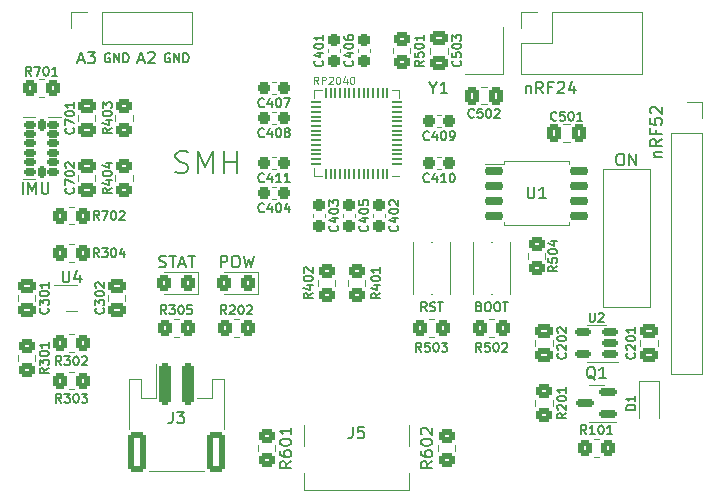
<source format=gto>
%TF.GenerationSoftware,KiCad,Pcbnew,(6.0.7)*%
%TF.CreationDate,2023-03-20T21:53:08-04:00*%
%TF.ProjectId,CDR_Board,4344525f-426f-4617-9264-2e6b69636164,rev?*%
%TF.SameCoordinates,Original*%
%TF.FileFunction,Legend,Top*%
%TF.FilePolarity,Positive*%
%FSLAX46Y46*%
G04 Gerber Fmt 4.6, Leading zero omitted, Abs format (unit mm)*
G04 Created by KiCad (PCBNEW (6.0.7)) date 2023-03-20 21:53:08*
%MOMM*%
%LPD*%
G01*
G04 APERTURE LIST*
G04 Aperture macros list*
%AMRoundRect*
0 Rectangle with rounded corners*
0 $1 Rounding radius*
0 $2 $3 $4 $5 $6 $7 $8 $9 X,Y pos of 4 corners*
0 Add a 4 corners polygon primitive as box body*
4,1,4,$2,$3,$4,$5,$6,$7,$8,$9,$2,$3,0*
0 Add four circle primitives for the rounded corners*
1,1,$1+$1,$2,$3*
1,1,$1+$1,$4,$5*
1,1,$1+$1,$6,$7*
1,1,$1+$1,$8,$9*
0 Add four rect primitives between the rounded corners*
20,1,$1+$1,$2,$3,$4,$5,0*
20,1,$1+$1,$4,$5,$6,$7,0*
20,1,$1+$1,$6,$7,$8,$9,0*
20,1,$1+$1,$8,$9,$2,$3,0*%
G04 Aperture macros list end*
%ADD10C,0.150000*%
%ADD11C,0.127000*%
%ADD12C,0.190500*%
%ADD13C,0.088900*%
%ADD14C,0.120000*%
%ADD15RoundRect,0.250000X-0.475000X0.337500X-0.475000X-0.337500X0.475000X-0.337500X0.475000X0.337500X0*%
%ADD16RoundRect,0.237500X0.300000X0.237500X-0.300000X0.237500X-0.300000X-0.237500X0.300000X-0.237500X0*%
%ADD17RoundRect,0.250000X-0.450000X0.350000X-0.450000X-0.350000X0.450000X-0.350000X0.450000X0.350000X0*%
%ADD18RoundRect,0.237500X0.237500X-0.300000X0.237500X0.300000X-0.237500X0.300000X-0.237500X-0.300000X0*%
%ADD19R,1.524000X1.524000*%
%ADD20C,1.524000*%
%ADD21RoundRect,0.250000X0.450000X-0.350000X0.450000X0.350000X-0.450000X0.350000X-0.450000X-0.350000X0*%
%ADD22RoundRect,0.250000X0.475000X-0.337500X0.475000X0.337500X-0.475000X0.337500X-0.475000X-0.337500X0*%
%ADD23RoundRect,0.237500X-0.300000X-0.237500X0.300000X-0.237500X0.300000X0.237500X-0.300000X0.237500X0*%
%ADD24RoundRect,0.250000X-0.250000X-1.500000X0.250000X-1.500000X0.250000X1.500000X-0.250000X1.500000X0*%
%ADD25RoundRect,0.250001X-0.499999X-1.449999X0.499999X-1.449999X0.499999X1.449999X-0.499999X1.449999X0*%
%ADD26R,1.700000X1.700000*%
%ADD27O,1.700000X1.700000*%
%ADD28RoundRect,0.250000X0.350000X0.450000X-0.350000X0.450000X-0.350000X-0.450000X0.350000X-0.450000X0*%
%ADD29R,1.200000X1.400000*%
%ADD30RoundRect,0.250000X-0.350000X-0.450000X0.350000X-0.450000X0.350000X0.450000X-0.350000X0.450000X0*%
%ADD31RoundRect,0.150000X-0.650000X-0.150000X0.650000X-0.150000X0.650000X0.150000X-0.650000X0.150000X0*%
%ADD32RoundRect,0.050000X0.387500X0.050000X-0.387500X0.050000X-0.387500X-0.050000X0.387500X-0.050000X0*%
%ADD33RoundRect,0.050000X0.050000X0.387500X-0.050000X0.387500X-0.050000X-0.387500X0.050000X-0.387500X0*%
%ADD34R,3.200000X3.200000*%
%ADD35RoundRect,0.237500X-0.237500X0.300000X-0.237500X-0.300000X0.237500X-0.300000X0.237500X0.300000X0*%
%ADD36R,1.000000X1.000000*%
%ADD37C,3.800000*%
%ADD38RoundRect,0.150000X0.512500X0.150000X-0.512500X0.150000X-0.512500X-0.150000X0.512500X-0.150000X0*%
%ADD39C,0.600000*%
%ADD40R,0.600000X1.660000*%
%ADD41R,0.300000X1.660000*%
%ADD42O,0.900000X2.000000*%
%ADD43O,0.900000X1.700000*%
%ADD44RoundRect,0.250000X0.325000X0.450000X-0.325000X0.450000X-0.325000X-0.450000X0.325000X-0.450000X0*%
%ADD45RoundRect,0.250000X-0.337500X-0.475000X0.337500X-0.475000X0.337500X0.475000X-0.337500X0.475000X0*%
%ADD46RoundRect,0.150000X0.325000X0.150000X-0.325000X0.150000X-0.325000X-0.150000X0.325000X-0.150000X0*%
%ADD47RoundRect,0.150000X0.150000X0.325000X-0.150000X0.325000X-0.150000X-0.325000X0.150000X-0.325000X0*%
%ADD48R,1.000000X0.900000*%
%ADD49RoundRect,0.150000X0.587500X0.150000X-0.587500X0.150000X-0.587500X-0.150000X0.587500X-0.150000X0*%
%ADD50R,0.500000X0.250000*%
%ADD51R,0.900000X1.600000*%
G04 APERTURE END LIST*
D10*
X140882857Y-99004380D02*
X140882857Y-98004380D01*
X141263809Y-98004380D01*
X141359047Y-98052000D01*
X141406666Y-98099619D01*
X141454285Y-98194857D01*
X141454285Y-98337714D01*
X141406666Y-98432952D01*
X141359047Y-98480571D01*
X141263809Y-98528190D01*
X140882857Y-98528190D01*
X142073333Y-98004380D02*
X142263809Y-98004380D01*
X142359047Y-98052000D01*
X142454285Y-98147238D01*
X142501904Y-98337714D01*
X142501904Y-98671047D01*
X142454285Y-98861523D01*
X142359047Y-98956761D01*
X142263809Y-99004380D01*
X142073333Y-99004380D01*
X141978095Y-98956761D01*
X141882857Y-98861523D01*
X141835238Y-98671047D01*
X141835238Y-98337714D01*
X141882857Y-98147238D01*
X141978095Y-98052000D01*
X142073333Y-98004380D01*
X142835238Y-98004380D02*
X143073333Y-99004380D01*
X143263809Y-98290095D01*
X143454285Y-99004380D01*
X143692380Y-98004380D01*
D11*
X158332714Y-102706714D02*
X158078714Y-102343857D01*
X157897285Y-102706714D02*
X157897285Y-101944714D01*
X158187571Y-101944714D01*
X158260142Y-101981000D01*
X158296428Y-102017285D01*
X158332714Y-102089857D01*
X158332714Y-102198714D01*
X158296428Y-102271285D01*
X158260142Y-102307571D01*
X158187571Y-102343857D01*
X157897285Y-102343857D01*
X158623000Y-102670428D02*
X158731857Y-102706714D01*
X158913285Y-102706714D01*
X158985857Y-102670428D01*
X159022142Y-102634142D01*
X159058428Y-102561571D01*
X159058428Y-102489000D01*
X159022142Y-102416428D01*
X158985857Y-102380142D01*
X158913285Y-102343857D01*
X158768142Y-102307571D01*
X158695571Y-102271285D01*
X158659285Y-102235000D01*
X158623000Y-102162428D01*
X158623000Y-102089857D01*
X158659285Y-102017285D01*
X158695571Y-101981000D01*
X158768142Y-101944714D01*
X158949571Y-101944714D01*
X159058428Y-101981000D01*
X159276142Y-101944714D02*
X159711571Y-101944714D01*
X159493857Y-102706714D02*
X159493857Y-101944714D01*
X162795857Y-102307571D02*
X162904714Y-102343857D01*
X162941000Y-102380142D01*
X162977285Y-102452714D01*
X162977285Y-102561571D01*
X162941000Y-102634142D01*
X162904714Y-102670428D01*
X162832142Y-102706714D01*
X162541857Y-102706714D01*
X162541857Y-101944714D01*
X162795857Y-101944714D01*
X162868428Y-101981000D01*
X162904714Y-102017285D01*
X162941000Y-102089857D01*
X162941000Y-102162428D01*
X162904714Y-102235000D01*
X162868428Y-102271285D01*
X162795857Y-102307571D01*
X162541857Y-102307571D01*
X163449000Y-101944714D02*
X163594142Y-101944714D01*
X163666714Y-101981000D01*
X163739285Y-102053571D01*
X163775571Y-102198714D01*
X163775571Y-102452714D01*
X163739285Y-102597857D01*
X163666714Y-102670428D01*
X163594142Y-102706714D01*
X163449000Y-102706714D01*
X163376428Y-102670428D01*
X163303857Y-102597857D01*
X163267571Y-102452714D01*
X163267571Y-102198714D01*
X163303857Y-102053571D01*
X163376428Y-101981000D01*
X163449000Y-101944714D01*
X164247285Y-101944714D02*
X164392428Y-101944714D01*
X164465000Y-101981000D01*
X164537571Y-102053571D01*
X164573857Y-102198714D01*
X164573857Y-102452714D01*
X164537571Y-102597857D01*
X164465000Y-102670428D01*
X164392428Y-102706714D01*
X164247285Y-102706714D01*
X164174714Y-102670428D01*
X164102142Y-102597857D01*
X164065857Y-102452714D01*
X164065857Y-102198714D01*
X164102142Y-102053571D01*
X164174714Y-101981000D01*
X164247285Y-101944714D01*
X164791571Y-101944714D02*
X165227000Y-101944714D01*
X165009285Y-102706714D02*
X165009285Y-101944714D01*
D10*
X174640952Y-89368380D02*
X174831428Y-89368380D01*
X174926666Y-89416000D01*
X175021904Y-89511238D01*
X175069523Y-89701714D01*
X175069523Y-90035047D01*
X175021904Y-90225523D01*
X174926666Y-90320761D01*
X174831428Y-90368380D01*
X174640952Y-90368380D01*
X174545714Y-90320761D01*
X174450476Y-90225523D01*
X174402857Y-90035047D01*
X174402857Y-89701714D01*
X174450476Y-89511238D01*
X174545714Y-89416000D01*
X174640952Y-89368380D01*
X175498095Y-90368380D02*
X175498095Y-89368380D01*
X176069523Y-90368380D01*
X176069523Y-89368380D01*
X177585714Y-89616071D02*
X178252380Y-89616071D01*
X177680952Y-89616071D02*
X177633333Y-89568452D01*
X177585714Y-89473214D01*
X177585714Y-89330357D01*
X177633333Y-89235119D01*
X177728571Y-89187500D01*
X178252380Y-89187500D01*
X178252380Y-88139880D02*
X177776190Y-88473214D01*
X178252380Y-88711309D02*
X177252380Y-88711309D01*
X177252380Y-88330357D01*
X177300000Y-88235119D01*
X177347619Y-88187500D01*
X177442857Y-88139880D01*
X177585714Y-88139880D01*
X177680952Y-88187500D01*
X177728571Y-88235119D01*
X177776190Y-88330357D01*
X177776190Y-88711309D01*
X177728571Y-87377976D02*
X177728571Y-87711309D01*
X178252380Y-87711309D02*
X177252380Y-87711309D01*
X177252380Y-87235119D01*
X177252380Y-86377976D02*
X177252380Y-86854166D01*
X177728571Y-86901785D01*
X177680952Y-86854166D01*
X177633333Y-86758928D01*
X177633333Y-86520833D01*
X177680952Y-86425595D01*
X177728571Y-86377976D01*
X177823809Y-86330357D01*
X178061904Y-86330357D01*
X178157142Y-86377976D01*
X178204761Y-86425595D01*
X178252380Y-86520833D01*
X178252380Y-86758928D01*
X178204761Y-86854166D01*
X178157142Y-86901785D01*
X177347619Y-85949404D02*
X177300000Y-85901785D01*
X177252380Y-85806547D01*
X177252380Y-85568452D01*
X177300000Y-85473214D01*
X177347619Y-85425595D01*
X177442857Y-85377976D01*
X177538095Y-85377976D01*
X177680952Y-85425595D01*
X178252380Y-85997023D01*
X178252380Y-85377976D01*
X124126761Y-92781380D02*
X124126761Y-91781380D01*
X124602952Y-92781380D02*
X124602952Y-91781380D01*
X124936285Y-92495666D01*
X125269619Y-91781380D01*
X125269619Y-92781380D01*
X125745809Y-91781380D02*
X125745809Y-92590904D01*
X125793428Y-92686142D01*
X125841047Y-92733761D01*
X125936285Y-92781380D01*
X126126761Y-92781380D01*
X126222000Y-92733761D01*
X126269619Y-92686142D01*
X126317238Y-92590904D01*
X126317238Y-91781380D01*
D11*
X131499428Y-80899000D02*
X131426857Y-80862714D01*
X131318000Y-80862714D01*
X131209142Y-80899000D01*
X131136571Y-80971571D01*
X131100285Y-81044142D01*
X131064000Y-81189285D01*
X131064000Y-81298142D01*
X131100285Y-81443285D01*
X131136571Y-81515857D01*
X131209142Y-81588428D01*
X131318000Y-81624714D01*
X131390571Y-81624714D01*
X131499428Y-81588428D01*
X131535714Y-81552142D01*
X131535714Y-81298142D01*
X131390571Y-81298142D01*
X131862285Y-81624714D02*
X131862285Y-80862714D01*
X132297714Y-81624714D01*
X132297714Y-80862714D01*
X132660571Y-81624714D02*
X132660571Y-80862714D01*
X132842000Y-80862714D01*
X132950857Y-80899000D01*
X133023428Y-80971571D01*
X133059714Y-81044142D01*
X133096000Y-81189285D01*
X133096000Y-81298142D01*
X133059714Y-81443285D01*
X133023428Y-81515857D01*
X132950857Y-81588428D01*
X132842000Y-81624714D01*
X132660571Y-81624714D01*
X136579428Y-80899000D02*
X136506857Y-80862714D01*
X136398000Y-80862714D01*
X136289142Y-80899000D01*
X136216571Y-80971571D01*
X136180285Y-81044142D01*
X136144000Y-81189285D01*
X136144000Y-81298142D01*
X136180285Y-81443285D01*
X136216571Y-81515857D01*
X136289142Y-81588428D01*
X136398000Y-81624714D01*
X136470571Y-81624714D01*
X136579428Y-81588428D01*
X136615714Y-81552142D01*
X136615714Y-81298142D01*
X136470571Y-81298142D01*
X136942285Y-81624714D02*
X136942285Y-80862714D01*
X137377714Y-81624714D01*
X137377714Y-80862714D01*
X137740571Y-81624714D02*
X137740571Y-80862714D01*
X137922000Y-80862714D01*
X138030857Y-80899000D01*
X138103428Y-80971571D01*
X138139714Y-81044142D01*
X138176000Y-81189285D01*
X138176000Y-81298142D01*
X138139714Y-81443285D01*
X138103428Y-81515857D01*
X138030857Y-81588428D01*
X137922000Y-81624714D01*
X137740571Y-81624714D01*
D12*
X137069285Y-90941071D02*
X137341428Y-91031785D01*
X137795000Y-91031785D01*
X137976428Y-90941071D01*
X138067142Y-90850357D01*
X138157857Y-90668928D01*
X138157857Y-90487500D01*
X138067142Y-90306071D01*
X137976428Y-90215357D01*
X137795000Y-90124642D01*
X137432142Y-90033928D01*
X137250714Y-89943214D01*
X137160000Y-89852500D01*
X137069285Y-89671071D01*
X137069285Y-89489642D01*
X137160000Y-89308214D01*
X137250714Y-89217500D01*
X137432142Y-89126785D01*
X137885714Y-89126785D01*
X138157857Y-89217500D01*
X138974285Y-91031785D02*
X138974285Y-89126785D01*
X139609285Y-90487500D01*
X140244285Y-89126785D01*
X140244285Y-91031785D01*
X141151428Y-91031785D02*
X141151428Y-89126785D01*
X141151428Y-90033928D02*
X142240000Y-90033928D01*
X142240000Y-91031785D02*
X142240000Y-89126785D01*
D10*
X133905714Y-81446666D02*
X134381904Y-81446666D01*
X133810476Y-81732380D02*
X134143809Y-80732380D01*
X134477142Y-81732380D01*
X134762857Y-80827619D02*
X134810476Y-80780000D01*
X134905714Y-80732380D01*
X135143809Y-80732380D01*
X135239047Y-80780000D01*
X135286666Y-80827619D01*
X135334285Y-80922857D01*
X135334285Y-81018095D01*
X135286666Y-81160952D01*
X134715238Y-81732380D01*
X135334285Y-81732380D01*
X135683809Y-98956761D02*
X135826666Y-99004380D01*
X136064761Y-99004380D01*
X136160000Y-98956761D01*
X136207619Y-98909142D01*
X136255238Y-98813904D01*
X136255238Y-98718666D01*
X136207619Y-98623428D01*
X136160000Y-98575809D01*
X136064761Y-98528190D01*
X135874285Y-98480571D01*
X135779047Y-98432952D01*
X135731428Y-98385333D01*
X135683809Y-98290095D01*
X135683809Y-98194857D01*
X135731428Y-98099619D01*
X135779047Y-98052000D01*
X135874285Y-98004380D01*
X136112380Y-98004380D01*
X136255238Y-98052000D01*
X136540952Y-98004380D02*
X137112380Y-98004380D01*
X136826666Y-99004380D02*
X136826666Y-98004380D01*
X137398095Y-98718666D02*
X137874285Y-98718666D01*
X137302857Y-99004380D02*
X137636190Y-98004380D01*
X137969523Y-99004380D01*
X138160000Y-98004380D02*
X138731428Y-98004380D01*
X138445714Y-99004380D02*
X138445714Y-98004380D01*
X166705595Y-83605714D02*
X166705595Y-84272380D01*
X166705595Y-83700952D02*
X166753214Y-83653333D01*
X166848452Y-83605714D01*
X166991309Y-83605714D01*
X167086547Y-83653333D01*
X167134166Y-83748571D01*
X167134166Y-84272380D01*
X168181785Y-84272380D02*
X167848452Y-83796190D01*
X167610357Y-84272380D02*
X167610357Y-83272380D01*
X167991309Y-83272380D01*
X168086547Y-83320000D01*
X168134166Y-83367619D01*
X168181785Y-83462857D01*
X168181785Y-83605714D01*
X168134166Y-83700952D01*
X168086547Y-83748571D01*
X167991309Y-83796190D01*
X167610357Y-83796190D01*
X168943690Y-83748571D02*
X168610357Y-83748571D01*
X168610357Y-84272380D02*
X168610357Y-83272380D01*
X169086547Y-83272380D01*
X169419880Y-83367619D02*
X169467500Y-83320000D01*
X169562738Y-83272380D01*
X169800833Y-83272380D01*
X169896071Y-83320000D01*
X169943690Y-83367619D01*
X169991309Y-83462857D01*
X169991309Y-83558095D01*
X169943690Y-83700952D01*
X169372261Y-84272380D01*
X169991309Y-84272380D01*
X170848452Y-83605714D02*
X170848452Y-84272380D01*
X170610357Y-83224761D02*
X170372261Y-83939047D01*
X170991309Y-83939047D01*
D13*
X149161832Y-83472261D02*
X148950165Y-83169880D01*
X148798975Y-83472261D02*
X148798975Y-82837261D01*
X149040880Y-82837261D01*
X149101356Y-82867500D01*
X149131594Y-82897738D01*
X149161832Y-82958214D01*
X149161832Y-83048928D01*
X149131594Y-83109404D01*
X149101356Y-83139642D01*
X149040880Y-83169880D01*
X148798975Y-83169880D01*
X149433975Y-83472261D02*
X149433975Y-82837261D01*
X149675880Y-82837261D01*
X149736356Y-82867500D01*
X149766594Y-82897738D01*
X149796832Y-82958214D01*
X149796832Y-83048928D01*
X149766594Y-83109404D01*
X149736356Y-83139642D01*
X149675880Y-83169880D01*
X149433975Y-83169880D01*
X150038737Y-82897738D02*
X150068975Y-82867500D01*
X150129451Y-82837261D01*
X150280642Y-82837261D01*
X150341118Y-82867500D01*
X150371356Y-82897738D01*
X150401594Y-82958214D01*
X150401594Y-83018690D01*
X150371356Y-83109404D01*
X150008499Y-83472261D01*
X150401594Y-83472261D01*
X150794689Y-82837261D02*
X150855165Y-82837261D01*
X150915642Y-82867500D01*
X150945880Y-82897738D01*
X150976118Y-82958214D01*
X151006356Y-83079166D01*
X151006356Y-83230357D01*
X150976118Y-83351309D01*
X150945880Y-83411785D01*
X150915642Y-83442023D01*
X150855165Y-83472261D01*
X150794689Y-83472261D01*
X150734213Y-83442023D01*
X150703975Y-83411785D01*
X150673737Y-83351309D01*
X150643499Y-83230357D01*
X150643499Y-83079166D01*
X150673737Y-82958214D01*
X150703975Y-82897738D01*
X150734213Y-82867500D01*
X150794689Y-82837261D01*
X151550642Y-83048928D02*
X151550642Y-83472261D01*
X151399451Y-82807023D02*
X151248261Y-83260595D01*
X151641356Y-83260595D01*
X152004213Y-82837261D02*
X152064689Y-82837261D01*
X152125165Y-82867500D01*
X152155404Y-82897738D01*
X152185642Y-82958214D01*
X152215880Y-83079166D01*
X152215880Y-83230357D01*
X152185642Y-83351309D01*
X152155404Y-83411785D01*
X152125165Y-83442023D01*
X152064689Y-83472261D01*
X152004213Y-83472261D01*
X151943737Y-83442023D01*
X151913499Y-83411785D01*
X151883261Y-83351309D01*
X151853023Y-83230357D01*
X151853023Y-83079166D01*
X151883261Y-82958214D01*
X151913499Y-82897738D01*
X151943737Y-82867500D01*
X152004213Y-82837261D01*
D10*
X128825714Y-81446666D02*
X129301904Y-81446666D01*
X128730476Y-81732380D02*
X129063809Y-80732380D01*
X129397142Y-81732380D01*
X129635238Y-80732380D02*
X130254285Y-80732380D01*
X129920952Y-81113333D01*
X130063809Y-81113333D01*
X130159047Y-81160952D01*
X130206666Y-81208571D01*
X130254285Y-81303809D01*
X130254285Y-81541904D01*
X130206666Y-81637142D01*
X130159047Y-81684761D01*
X130063809Y-81732380D01*
X129778095Y-81732380D01*
X129682857Y-81684761D01*
X129635238Y-81637142D01*
D11*
X126256142Y-102452714D02*
X126292428Y-102489000D01*
X126328714Y-102597857D01*
X126328714Y-102670428D01*
X126292428Y-102779285D01*
X126219857Y-102851857D01*
X126147285Y-102888142D01*
X126002142Y-102924428D01*
X125893285Y-102924428D01*
X125748142Y-102888142D01*
X125675571Y-102851857D01*
X125603000Y-102779285D01*
X125566714Y-102670428D01*
X125566714Y-102597857D01*
X125603000Y-102489000D01*
X125639285Y-102452714D01*
X125566714Y-102198714D02*
X125566714Y-101727000D01*
X125857000Y-101981000D01*
X125857000Y-101872142D01*
X125893285Y-101799571D01*
X125929571Y-101763285D01*
X126002142Y-101727000D01*
X126183571Y-101727000D01*
X126256142Y-101763285D01*
X126292428Y-101799571D01*
X126328714Y-101872142D01*
X126328714Y-102089857D01*
X126292428Y-102162428D01*
X126256142Y-102198714D01*
X125566714Y-101255285D02*
X125566714Y-101182714D01*
X125603000Y-101110142D01*
X125639285Y-101073857D01*
X125711857Y-101037571D01*
X125857000Y-101001285D01*
X126038428Y-101001285D01*
X126183571Y-101037571D01*
X126256142Y-101073857D01*
X126292428Y-101110142D01*
X126328714Y-101182714D01*
X126328714Y-101255285D01*
X126292428Y-101327857D01*
X126256142Y-101364142D01*
X126183571Y-101400428D01*
X126038428Y-101436714D01*
X125857000Y-101436714D01*
X125711857Y-101400428D01*
X125639285Y-101364142D01*
X125603000Y-101327857D01*
X125566714Y-101255285D01*
X126328714Y-100275571D02*
X126328714Y-100711000D01*
X126328714Y-100493285D02*
X125566714Y-100493285D01*
X125675571Y-100565857D01*
X125748142Y-100638428D01*
X125784428Y-100711000D01*
X144562285Y-87902142D02*
X144526000Y-87938428D01*
X144417142Y-87974714D01*
X144344571Y-87974714D01*
X144235714Y-87938428D01*
X144163142Y-87865857D01*
X144126857Y-87793285D01*
X144090571Y-87648142D01*
X144090571Y-87539285D01*
X144126857Y-87394142D01*
X144163142Y-87321571D01*
X144235714Y-87249000D01*
X144344571Y-87212714D01*
X144417142Y-87212714D01*
X144526000Y-87249000D01*
X144562285Y-87285285D01*
X145215428Y-87466714D02*
X145215428Y-87974714D01*
X145034000Y-87176428D02*
X144852571Y-87720714D01*
X145324285Y-87720714D01*
X145759714Y-87212714D02*
X145832285Y-87212714D01*
X145904857Y-87249000D01*
X145941142Y-87285285D01*
X145977428Y-87357857D01*
X146013714Y-87503000D01*
X146013714Y-87684428D01*
X145977428Y-87829571D01*
X145941142Y-87902142D01*
X145904857Y-87938428D01*
X145832285Y-87974714D01*
X145759714Y-87974714D01*
X145687142Y-87938428D01*
X145650857Y-87902142D01*
X145614571Y-87829571D01*
X145578285Y-87684428D01*
X145578285Y-87503000D01*
X145614571Y-87357857D01*
X145650857Y-87285285D01*
X145687142Y-87249000D01*
X145759714Y-87212714D01*
X146449142Y-87539285D02*
X146376571Y-87503000D01*
X146340285Y-87466714D01*
X146304000Y-87394142D01*
X146304000Y-87357857D01*
X146340285Y-87285285D01*
X146376571Y-87249000D01*
X146449142Y-87212714D01*
X146594285Y-87212714D01*
X146666857Y-87249000D01*
X146703142Y-87285285D01*
X146739428Y-87357857D01*
X146739428Y-87394142D01*
X146703142Y-87466714D01*
X146666857Y-87503000D01*
X146594285Y-87539285D01*
X146449142Y-87539285D01*
X146376571Y-87575571D01*
X146340285Y-87611857D01*
X146304000Y-87684428D01*
X146304000Y-87829571D01*
X146340285Y-87902142D01*
X146376571Y-87938428D01*
X146449142Y-87974714D01*
X146594285Y-87974714D01*
X146666857Y-87938428D01*
X146703142Y-87902142D01*
X146739428Y-87829571D01*
X146739428Y-87684428D01*
X146703142Y-87611857D01*
X146666857Y-87575571D01*
X146594285Y-87539285D01*
D10*
X158821380Y-115419047D02*
X158345190Y-115752380D01*
X158821380Y-115990476D02*
X157821380Y-115990476D01*
X157821380Y-115609523D01*
X157869000Y-115514285D01*
X157916619Y-115466666D01*
X158011857Y-115419047D01*
X158154714Y-115419047D01*
X158249952Y-115466666D01*
X158297571Y-115514285D01*
X158345190Y-115609523D01*
X158345190Y-115990476D01*
X157821380Y-114561904D02*
X157821380Y-114752380D01*
X157869000Y-114847619D01*
X157916619Y-114895238D01*
X158059476Y-114990476D01*
X158249952Y-115038095D01*
X158630904Y-115038095D01*
X158726142Y-114990476D01*
X158773761Y-114942857D01*
X158821380Y-114847619D01*
X158821380Y-114657142D01*
X158773761Y-114561904D01*
X158726142Y-114514285D01*
X158630904Y-114466666D01*
X158392809Y-114466666D01*
X158297571Y-114514285D01*
X158249952Y-114561904D01*
X158202333Y-114657142D01*
X158202333Y-114847619D01*
X158249952Y-114942857D01*
X158297571Y-114990476D01*
X158392809Y-115038095D01*
X157821380Y-113847619D02*
X157821380Y-113752380D01*
X157869000Y-113657142D01*
X157916619Y-113609523D01*
X158011857Y-113561904D01*
X158202333Y-113514285D01*
X158440428Y-113514285D01*
X158630904Y-113561904D01*
X158726142Y-113609523D01*
X158773761Y-113657142D01*
X158821380Y-113752380D01*
X158821380Y-113847619D01*
X158773761Y-113942857D01*
X158726142Y-113990476D01*
X158630904Y-114038095D01*
X158440428Y-114085714D01*
X158202333Y-114085714D01*
X158011857Y-114038095D01*
X157916619Y-113990476D01*
X157869000Y-113942857D01*
X157821380Y-113847619D01*
X157916619Y-113133333D02*
X157869000Y-113085714D01*
X157821380Y-112990476D01*
X157821380Y-112752380D01*
X157869000Y-112657142D01*
X157916619Y-112609523D01*
X158011857Y-112561904D01*
X158107095Y-112561904D01*
X158249952Y-112609523D01*
X158821380Y-113180952D01*
X158821380Y-112561904D01*
D11*
X152037142Y-81497714D02*
X152073428Y-81534000D01*
X152109714Y-81642857D01*
X152109714Y-81715428D01*
X152073428Y-81824285D01*
X152000857Y-81896857D01*
X151928285Y-81933142D01*
X151783142Y-81969428D01*
X151674285Y-81969428D01*
X151529142Y-81933142D01*
X151456571Y-81896857D01*
X151384000Y-81824285D01*
X151347714Y-81715428D01*
X151347714Y-81642857D01*
X151384000Y-81534000D01*
X151420285Y-81497714D01*
X151601714Y-80844571D02*
X152109714Y-80844571D01*
X151311428Y-81026000D02*
X151855714Y-81207428D01*
X151855714Y-80735714D01*
X151347714Y-80300285D02*
X151347714Y-80227714D01*
X151384000Y-80155142D01*
X151420285Y-80118857D01*
X151492857Y-80082571D01*
X151638000Y-80046285D01*
X151819428Y-80046285D01*
X151964571Y-80082571D01*
X152037142Y-80118857D01*
X152073428Y-80155142D01*
X152109714Y-80227714D01*
X152109714Y-80300285D01*
X152073428Y-80372857D01*
X152037142Y-80409142D01*
X151964571Y-80445428D01*
X151819428Y-80481714D01*
X151638000Y-80481714D01*
X151492857Y-80445428D01*
X151420285Y-80409142D01*
X151384000Y-80372857D01*
X151347714Y-80300285D01*
X151347714Y-79393142D02*
X151347714Y-79538285D01*
X151384000Y-79610857D01*
X151420285Y-79647142D01*
X151529142Y-79719714D01*
X151674285Y-79756000D01*
X151964571Y-79756000D01*
X152037142Y-79719714D01*
X152073428Y-79683428D01*
X152109714Y-79610857D01*
X152109714Y-79465714D01*
X152073428Y-79393142D01*
X152037142Y-79356857D01*
X151964571Y-79320571D01*
X151783142Y-79320571D01*
X151710571Y-79356857D01*
X151674285Y-79393142D01*
X151638000Y-79465714D01*
X151638000Y-79610857D01*
X151674285Y-79683428D01*
X151710571Y-79719714D01*
X151783142Y-79756000D01*
X148680714Y-101182714D02*
X148317857Y-101436714D01*
X148680714Y-101618142D02*
X147918714Y-101618142D01*
X147918714Y-101327857D01*
X147955000Y-101255285D01*
X147991285Y-101219000D01*
X148063857Y-101182714D01*
X148172714Y-101182714D01*
X148245285Y-101219000D01*
X148281571Y-101255285D01*
X148317857Y-101327857D01*
X148317857Y-101618142D01*
X148172714Y-100529571D02*
X148680714Y-100529571D01*
X147882428Y-100711000D02*
X148426714Y-100892428D01*
X148426714Y-100420714D01*
X147918714Y-99985285D02*
X147918714Y-99912714D01*
X147955000Y-99840142D01*
X147991285Y-99803857D01*
X148063857Y-99767571D01*
X148209000Y-99731285D01*
X148390428Y-99731285D01*
X148535571Y-99767571D01*
X148608142Y-99803857D01*
X148644428Y-99840142D01*
X148680714Y-99912714D01*
X148680714Y-99985285D01*
X148644428Y-100057857D01*
X148608142Y-100094142D01*
X148535571Y-100130428D01*
X148390428Y-100166714D01*
X148209000Y-100166714D01*
X148063857Y-100130428D01*
X147991285Y-100094142D01*
X147955000Y-100057857D01*
X147918714Y-99985285D01*
X147991285Y-99441000D02*
X147955000Y-99404714D01*
X147918714Y-99332142D01*
X147918714Y-99150714D01*
X147955000Y-99078142D01*
X147991285Y-99041857D01*
X148063857Y-99005571D01*
X148136428Y-99005571D01*
X148245285Y-99041857D01*
X148680714Y-99477285D01*
X148680714Y-99005571D01*
X131662714Y-92292714D02*
X131299857Y-92546714D01*
X131662714Y-92728142D02*
X130900714Y-92728142D01*
X130900714Y-92437857D01*
X130937000Y-92365285D01*
X130973285Y-92329000D01*
X131045857Y-92292714D01*
X131154714Y-92292714D01*
X131227285Y-92329000D01*
X131263571Y-92365285D01*
X131299857Y-92437857D01*
X131299857Y-92728142D01*
X131154714Y-91639571D02*
X131662714Y-91639571D01*
X130864428Y-91821000D02*
X131408714Y-92002428D01*
X131408714Y-91530714D01*
X130900714Y-91095285D02*
X130900714Y-91022714D01*
X130937000Y-90950142D01*
X130973285Y-90913857D01*
X131045857Y-90877571D01*
X131191000Y-90841285D01*
X131372428Y-90841285D01*
X131517571Y-90877571D01*
X131590142Y-90913857D01*
X131626428Y-90950142D01*
X131662714Y-91022714D01*
X131662714Y-91095285D01*
X131626428Y-91167857D01*
X131590142Y-91204142D01*
X131517571Y-91240428D01*
X131372428Y-91276714D01*
X131191000Y-91276714D01*
X131045857Y-91240428D01*
X130973285Y-91204142D01*
X130937000Y-91167857D01*
X130900714Y-91095285D01*
X131154714Y-90188142D02*
X131662714Y-90188142D01*
X130864428Y-90369571D02*
X131408714Y-90551000D01*
X131408714Y-90079285D01*
X175913142Y-106262714D02*
X175949428Y-106299000D01*
X175985714Y-106407857D01*
X175985714Y-106480428D01*
X175949428Y-106589285D01*
X175876857Y-106661857D01*
X175804285Y-106698142D01*
X175659142Y-106734428D01*
X175550285Y-106734428D01*
X175405142Y-106698142D01*
X175332571Y-106661857D01*
X175260000Y-106589285D01*
X175223714Y-106480428D01*
X175223714Y-106407857D01*
X175260000Y-106299000D01*
X175296285Y-106262714D01*
X175296285Y-105972428D02*
X175260000Y-105936142D01*
X175223714Y-105863571D01*
X175223714Y-105682142D01*
X175260000Y-105609571D01*
X175296285Y-105573285D01*
X175368857Y-105537000D01*
X175441428Y-105537000D01*
X175550285Y-105573285D01*
X175985714Y-106008714D01*
X175985714Y-105537000D01*
X175223714Y-105065285D02*
X175223714Y-104992714D01*
X175260000Y-104920142D01*
X175296285Y-104883857D01*
X175368857Y-104847571D01*
X175514000Y-104811285D01*
X175695428Y-104811285D01*
X175840571Y-104847571D01*
X175913142Y-104883857D01*
X175949428Y-104920142D01*
X175985714Y-104992714D01*
X175985714Y-105065285D01*
X175949428Y-105137857D01*
X175913142Y-105174142D01*
X175840571Y-105210428D01*
X175695428Y-105246714D01*
X175514000Y-105246714D01*
X175368857Y-105210428D01*
X175296285Y-105174142D01*
X175260000Y-105137857D01*
X175223714Y-105065285D01*
X175985714Y-104085571D02*
X175985714Y-104521000D01*
X175985714Y-104303285D02*
X175223714Y-104303285D01*
X175332571Y-104375857D01*
X175405142Y-104448428D01*
X175441428Y-104521000D01*
X158532285Y-91712142D02*
X158496000Y-91748428D01*
X158387142Y-91784714D01*
X158314571Y-91784714D01*
X158205714Y-91748428D01*
X158133142Y-91675857D01*
X158096857Y-91603285D01*
X158060571Y-91458142D01*
X158060571Y-91349285D01*
X158096857Y-91204142D01*
X158133142Y-91131571D01*
X158205714Y-91059000D01*
X158314571Y-91022714D01*
X158387142Y-91022714D01*
X158496000Y-91059000D01*
X158532285Y-91095285D01*
X159185428Y-91276714D02*
X159185428Y-91784714D01*
X159004000Y-90986428D02*
X158822571Y-91530714D01*
X159294285Y-91530714D01*
X159983714Y-91784714D02*
X159548285Y-91784714D01*
X159766000Y-91784714D02*
X159766000Y-91022714D01*
X159693428Y-91131571D01*
X159620857Y-91204142D01*
X159548285Y-91240428D01*
X160455428Y-91022714D02*
X160528000Y-91022714D01*
X160600571Y-91059000D01*
X160636857Y-91095285D01*
X160673142Y-91167857D01*
X160709428Y-91313000D01*
X160709428Y-91494428D01*
X160673142Y-91639571D01*
X160636857Y-91712142D01*
X160600571Y-91748428D01*
X160528000Y-91784714D01*
X160455428Y-91784714D01*
X160382857Y-91748428D01*
X160346571Y-91712142D01*
X160310285Y-91639571D01*
X160274000Y-91494428D01*
X160274000Y-91313000D01*
X160310285Y-91167857D01*
X160346571Y-91095285D01*
X160382857Y-91059000D01*
X160455428Y-91022714D01*
D10*
X136826666Y-111212380D02*
X136826666Y-111926666D01*
X136779047Y-112069523D01*
X136683809Y-112164761D01*
X136540952Y-112212380D01*
X136445714Y-112212380D01*
X137207619Y-111212380D02*
X137826666Y-111212380D01*
X137493333Y-111593333D01*
X137636190Y-111593333D01*
X137731428Y-111640952D01*
X137779047Y-111688571D01*
X137826666Y-111783809D01*
X137826666Y-112021904D01*
X137779047Y-112117142D01*
X137731428Y-112164761D01*
X137636190Y-112212380D01*
X137350476Y-112212380D01*
X137255238Y-112164761D01*
X137207619Y-112117142D01*
D11*
X170143714Y-111342714D02*
X169780857Y-111596714D01*
X170143714Y-111778142D02*
X169381714Y-111778142D01*
X169381714Y-111487857D01*
X169418000Y-111415285D01*
X169454285Y-111379000D01*
X169526857Y-111342714D01*
X169635714Y-111342714D01*
X169708285Y-111379000D01*
X169744571Y-111415285D01*
X169780857Y-111487857D01*
X169780857Y-111778142D01*
X169454285Y-111052428D02*
X169418000Y-111016142D01*
X169381714Y-110943571D01*
X169381714Y-110762142D01*
X169418000Y-110689571D01*
X169454285Y-110653285D01*
X169526857Y-110617000D01*
X169599428Y-110617000D01*
X169708285Y-110653285D01*
X170143714Y-111088714D01*
X170143714Y-110617000D01*
X169381714Y-110145285D02*
X169381714Y-110072714D01*
X169418000Y-110000142D01*
X169454285Y-109963857D01*
X169526857Y-109927571D01*
X169672000Y-109891285D01*
X169853428Y-109891285D01*
X169998571Y-109927571D01*
X170071142Y-109963857D01*
X170107428Y-110000142D01*
X170143714Y-110072714D01*
X170143714Y-110145285D01*
X170107428Y-110217857D01*
X170071142Y-110254142D01*
X169998571Y-110290428D01*
X169853428Y-110326714D01*
X169672000Y-110326714D01*
X169526857Y-110290428D01*
X169454285Y-110254142D01*
X169418000Y-110217857D01*
X169381714Y-110145285D01*
X170143714Y-109165571D02*
X170143714Y-109601000D01*
X170143714Y-109383285D02*
X169381714Y-109383285D01*
X169490571Y-109455857D01*
X169563142Y-109528428D01*
X169599428Y-109601000D01*
X154394714Y-101182714D02*
X154031857Y-101436714D01*
X154394714Y-101618142D02*
X153632714Y-101618142D01*
X153632714Y-101327857D01*
X153669000Y-101255285D01*
X153705285Y-101219000D01*
X153777857Y-101182714D01*
X153886714Y-101182714D01*
X153959285Y-101219000D01*
X153995571Y-101255285D01*
X154031857Y-101327857D01*
X154031857Y-101618142D01*
X153886714Y-100529571D02*
X154394714Y-100529571D01*
X153596428Y-100711000D02*
X154140714Y-100892428D01*
X154140714Y-100420714D01*
X153632714Y-99985285D02*
X153632714Y-99912714D01*
X153669000Y-99840142D01*
X153705285Y-99803857D01*
X153777857Y-99767571D01*
X153923000Y-99731285D01*
X154104428Y-99731285D01*
X154249571Y-99767571D01*
X154322142Y-99803857D01*
X154358428Y-99840142D01*
X154394714Y-99912714D01*
X154394714Y-99985285D01*
X154358428Y-100057857D01*
X154322142Y-100094142D01*
X154249571Y-100130428D01*
X154104428Y-100166714D01*
X153923000Y-100166714D01*
X153777857Y-100130428D01*
X153705285Y-100094142D01*
X153669000Y-100057857D01*
X153632714Y-99985285D01*
X154394714Y-99005571D02*
X154394714Y-99441000D01*
X154394714Y-99223285D02*
X153632714Y-99223285D01*
X153741571Y-99295857D01*
X153814142Y-99368428D01*
X153850428Y-99441000D01*
X131662714Y-87212714D02*
X131299857Y-87466714D01*
X131662714Y-87648142D02*
X130900714Y-87648142D01*
X130900714Y-87357857D01*
X130937000Y-87285285D01*
X130973285Y-87249000D01*
X131045857Y-87212714D01*
X131154714Y-87212714D01*
X131227285Y-87249000D01*
X131263571Y-87285285D01*
X131299857Y-87357857D01*
X131299857Y-87648142D01*
X131154714Y-86559571D02*
X131662714Y-86559571D01*
X130864428Y-86741000D02*
X131408714Y-86922428D01*
X131408714Y-86450714D01*
X130900714Y-86015285D02*
X130900714Y-85942714D01*
X130937000Y-85870142D01*
X130973285Y-85833857D01*
X131045857Y-85797571D01*
X131191000Y-85761285D01*
X131372428Y-85761285D01*
X131517571Y-85797571D01*
X131590142Y-85833857D01*
X131626428Y-85870142D01*
X131662714Y-85942714D01*
X131662714Y-86015285D01*
X131626428Y-86087857D01*
X131590142Y-86124142D01*
X131517571Y-86160428D01*
X131372428Y-86196714D01*
X131191000Y-86196714D01*
X131045857Y-86160428D01*
X130973285Y-86124142D01*
X130937000Y-86087857D01*
X130900714Y-86015285D01*
X130900714Y-85507285D02*
X130900714Y-85035571D01*
X131191000Y-85289571D01*
X131191000Y-85180714D01*
X131227285Y-85108142D01*
X131263571Y-85071857D01*
X131336142Y-85035571D01*
X131517571Y-85035571D01*
X131590142Y-85071857D01*
X131626428Y-85108142D01*
X131662714Y-85180714D01*
X131662714Y-85398428D01*
X131626428Y-85471000D01*
X131590142Y-85507285D01*
X169381714Y-98896714D02*
X169018857Y-99150714D01*
X169381714Y-99332142D02*
X168619714Y-99332142D01*
X168619714Y-99041857D01*
X168656000Y-98969285D01*
X168692285Y-98933000D01*
X168764857Y-98896714D01*
X168873714Y-98896714D01*
X168946285Y-98933000D01*
X168982571Y-98969285D01*
X169018857Y-99041857D01*
X169018857Y-99332142D01*
X168619714Y-98207285D02*
X168619714Y-98570142D01*
X168982571Y-98606428D01*
X168946285Y-98570142D01*
X168910000Y-98497571D01*
X168910000Y-98316142D01*
X168946285Y-98243571D01*
X168982571Y-98207285D01*
X169055142Y-98171000D01*
X169236571Y-98171000D01*
X169309142Y-98207285D01*
X169345428Y-98243571D01*
X169381714Y-98316142D01*
X169381714Y-98497571D01*
X169345428Y-98570142D01*
X169309142Y-98606428D01*
X168619714Y-97699285D02*
X168619714Y-97626714D01*
X168656000Y-97554142D01*
X168692285Y-97517857D01*
X168764857Y-97481571D01*
X168910000Y-97445285D01*
X169091428Y-97445285D01*
X169236571Y-97481571D01*
X169309142Y-97517857D01*
X169345428Y-97554142D01*
X169381714Y-97626714D01*
X169381714Y-97699285D01*
X169345428Y-97771857D01*
X169309142Y-97808142D01*
X169236571Y-97844428D01*
X169091428Y-97880714D01*
X168910000Y-97880714D01*
X168764857Y-97844428D01*
X168692285Y-97808142D01*
X168656000Y-97771857D01*
X168619714Y-97699285D01*
X168873714Y-96792142D02*
X169381714Y-96792142D01*
X168583428Y-96973571D02*
X169127714Y-97155000D01*
X169127714Y-96683285D01*
X157897285Y-106134714D02*
X157643285Y-105771857D01*
X157461857Y-106134714D02*
X157461857Y-105372714D01*
X157752142Y-105372714D01*
X157824714Y-105409000D01*
X157861000Y-105445285D01*
X157897285Y-105517857D01*
X157897285Y-105626714D01*
X157861000Y-105699285D01*
X157824714Y-105735571D01*
X157752142Y-105771857D01*
X157461857Y-105771857D01*
X158586714Y-105372714D02*
X158223857Y-105372714D01*
X158187571Y-105735571D01*
X158223857Y-105699285D01*
X158296428Y-105663000D01*
X158477857Y-105663000D01*
X158550428Y-105699285D01*
X158586714Y-105735571D01*
X158623000Y-105808142D01*
X158623000Y-105989571D01*
X158586714Y-106062142D01*
X158550428Y-106098428D01*
X158477857Y-106134714D01*
X158296428Y-106134714D01*
X158223857Y-106098428D01*
X158187571Y-106062142D01*
X159094714Y-105372714D02*
X159167285Y-105372714D01*
X159239857Y-105409000D01*
X159276142Y-105445285D01*
X159312428Y-105517857D01*
X159348714Y-105663000D01*
X159348714Y-105844428D01*
X159312428Y-105989571D01*
X159276142Y-106062142D01*
X159239857Y-106098428D01*
X159167285Y-106134714D01*
X159094714Y-106134714D01*
X159022142Y-106098428D01*
X158985857Y-106062142D01*
X158949571Y-105989571D01*
X158913285Y-105844428D01*
X158913285Y-105663000D01*
X158949571Y-105517857D01*
X158985857Y-105445285D01*
X159022142Y-105409000D01*
X159094714Y-105372714D01*
X159602714Y-105372714D02*
X160074428Y-105372714D01*
X159820428Y-105663000D01*
X159929285Y-105663000D01*
X160001857Y-105699285D01*
X160038142Y-105735571D01*
X160074428Y-105808142D01*
X160074428Y-105989571D01*
X160038142Y-106062142D01*
X160001857Y-106098428D01*
X159929285Y-106134714D01*
X159711571Y-106134714D01*
X159639000Y-106098428D01*
X159602714Y-106062142D01*
X170071142Y-106262714D02*
X170107428Y-106299000D01*
X170143714Y-106407857D01*
X170143714Y-106480428D01*
X170107428Y-106589285D01*
X170034857Y-106661857D01*
X169962285Y-106698142D01*
X169817142Y-106734428D01*
X169708285Y-106734428D01*
X169563142Y-106698142D01*
X169490571Y-106661857D01*
X169418000Y-106589285D01*
X169381714Y-106480428D01*
X169381714Y-106407857D01*
X169418000Y-106299000D01*
X169454285Y-106262714D01*
X169454285Y-105972428D02*
X169418000Y-105936142D01*
X169381714Y-105863571D01*
X169381714Y-105682142D01*
X169418000Y-105609571D01*
X169454285Y-105573285D01*
X169526857Y-105537000D01*
X169599428Y-105537000D01*
X169708285Y-105573285D01*
X170143714Y-106008714D01*
X170143714Y-105537000D01*
X169381714Y-105065285D02*
X169381714Y-104992714D01*
X169418000Y-104920142D01*
X169454285Y-104883857D01*
X169526857Y-104847571D01*
X169672000Y-104811285D01*
X169853428Y-104811285D01*
X169998571Y-104847571D01*
X170071142Y-104883857D01*
X170107428Y-104920142D01*
X170143714Y-104992714D01*
X170143714Y-105065285D01*
X170107428Y-105137857D01*
X170071142Y-105174142D01*
X169998571Y-105210428D01*
X169853428Y-105246714D01*
X169672000Y-105246714D01*
X169526857Y-105210428D01*
X169454285Y-105174142D01*
X169418000Y-105137857D01*
X169381714Y-105065285D01*
X169454285Y-104521000D02*
X169418000Y-104484714D01*
X169381714Y-104412142D01*
X169381714Y-104230714D01*
X169418000Y-104158142D01*
X169454285Y-104121857D01*
X169526857Y-104085571D01*
X169599428Y-104085571D01*
X169708285Y-104121857D01*
X170143714Y-104557285D01*
X170143714Y-104085571D01*
D10*
X158908809Y-83796190D02*
X158908809Y-84272380D01*
X158575476Y-83272380D02*
X158908809Y-83796190D01*
X159242142Y-83272380D01*
X160099285Y-84272380D02*
X159527857Y-84272380D01*
X159813571Y-84272380D02*
X159813571Y-83272380D01*
X159718333Y-83415238D01*
X159623095Y-83510476D01*
X159527857Y-83558095D01*
D11*
X141387285Y-102960714D02*
X141133285Y-102597857D01*
X140951857Y-102960714D02*
X140951857Y-102198714D01*
X141242142Y-102198714D01*
X141314714Y-102235000D01*
X141351000Y-102271285D01*
X141387285Y-102343857D01*
X141387285Y-102452714D01*
X141351000Y-102525285D01*
X141314714Y-102561571D01*
X141242142Y-102597857D01*
X140951857Y-102597857D01*
X141677571Y-102271285D02*
X141713857Y-102235000D01*
X141786428Y-102198714D01*
X141967857Y-102198714D01*
X142040428Y-102235000D01*
X142076714Y-102271285D01*
X142113000Y-102343857D01*
X142113000Y-102416428D01*
X142076714Y-102525285D01*
X141641285Y-102960714D01*
X142113000Y-102960714D01*
X142584714Y-102198714D02*
X142657285Y-102198714D01*
X142729857Y-102235000D01*
X142766142Y-102271285D01*
X142802428Y-102343857D01*
X142838714Y-102489000D01*
X142838714Y-102670428D01*
X142802428Y-102815571D01*
X142766142Y-102888142D01*
X142729857Y-102924428D01*
X142657285Y-102960714D01*
X142584714Y-102960714D01*
X142512142Y-102924428D01*
X142475857Y-102888142D01*
X142439571Y-102815571D01*
X142403285Y-102670428D01*
X142403285Y-102489000D01*
X142439571Y-102343857D01*
X142475857Y-102271285D01*
X142512142Y-102235000D01*
X142584714Y-102198714D01*
X143129000Y-102271285D02*
X143165285Y-102235000D01*
X143237857Y-102198714D01*
X143419285Y-102198714D01*
X143491857Y-102235000D01*
X143528142Y-102271285D01*
X143564428Y-102343857D01*
X143564428Y-102416428D01*
X143528142Y-102525285D01*
X143092714Y-102960714D01*
X143564428Y-102960714D01*
X130955142Y-102452714D02*
X130991428Y-102489000D01*
X131027714Y-102597857D01*
X131027714Y-102670428D01*
X130991428Y-102779285D01*
X130918857Y-102851857D01*
X130846285Y-102888142D01*
X130701142Y-102924428D01*
X130592285Y-102924428D01*
X130447142Y-102888142D01*
X130374571Y-102851857D01*
X130302000Y-102779285D01*
X130265714Y-102670428D01*
X130265714Y-102597857D01*
X130302000Y-102489000D01*
X130338285Y-102452714D01*
X130265714Y-102198714D02*
X130265714Y-101727000D01*
X130556000Y-101981000D01*
X130556000Y-101872142D01*
X130592285Y-101799571D01*
X130628571Y-101763285D01*
X130701142Y-101727000D01*
X130882571Y-101727000D01*
X130955142Y-101763285D01*
X130991428Y-101799571D01*
X131027714Y-101872142D01*
X131027714Y-102089857D01*
X130991428Y-102162428D01*
X130955142Y-102198714D01*
X130265714Y-101255285D02*
X130265714Y-101182714D01*
X130302000Y-101110142D01*
X130338285Y-101073857D01*
X130410857Y-101037571D01*
X130556000Y-101001285D01*
X130737428Y-101001285D01*
X130882571Y-101037571D01*
X130955142Y-101073857D01*
X130991428Y-101110142D01*
X131027714Y-101182714D01*
X131027714Y-101255285D01*
X130991428Y-101327857D01*
X130955142Y-101364142D01*
X130882571Y-101400428D01*
X130737428Y-101436714D01*
X130556000Y-101436714D01*
X130410857Y-101400428D01*
X130338285Y-101364142D01*
X130302000Y-101327857D01*
X130265714Y-101255285D01*
X130338285Y-100711000D02*
X130302000Y-100674714D01*
X130265714Y-100602142D01*
X130265714Y-100420714D01*
X130302000Y-100348142D01*
X130338285Y-100311857D01*
X130410857Y-100275571D01*
X130483428Y-100275571D01*
X130592285Y-100311857D01*
X131027714Y-100747285D01*
X131027714Y-100275571D01*
D10*
X166878095Y-92162380D02*
X166878095Y-92971904D01*
X166925714Y-93067142D01*
X166973333Y-93114761D01*
X167068571Y-93162380D01*
X167259047Y-93162380D01*
X167354285Y-93114761D01*
X167401904Y-93067142D01*
X167449523Y-92971904D01*
X167449523Y-92162380D01*
X168449523Y-93162380D02*
X167878095Y-93162380D01*
X168163809Y-93162380D02*
X168163809Y-92162380D01*
X168068571Y-92305238D01*
X167973333Y-92400476D01*
X167878095Y-92448095D01*
D11*
X150767142Y-95467714D02*
X150803428Y-95504000D01*
X150839714Y-95612857D01*
X150839714Y-95685428D01*
X150803428Y-95794285D01*
X150730857Y-95866857D01*
X150658285Y-95903142D01*
X150513142Y-95939428D01*
X150404285Y-95939428D01*
X150259142Y-95903142D01*
X150186571Y-95866857D01*
X150114000Y-95794285D01*
X150077714Y-95685428D01*
X150077714Y-95612857D01*
X150114000Y-95504000D01*
X150150285Y-95467714D01*
X150331714Y-94814571D02*
X150839714Y-94814571D01*
X150041428Y-94996000D02*
X150585714Y-95177428D01*
X150585714Y-94705714D01*
X150077714Y-94270285D02*
X150077714Y-94197714D01*
X150114000Y-94125142D01*
X150150285Y-94088857D01*
X150222857Y-94052571D01*
X150368000Y-94016285D01*
X150549428Y-94016285D01*
X150694571Y-94052571D01*
X150767142Y-94088857D01*
X150803428Y-94125142D01*
X150839714Y-94197714D01*
X150839714Y-94270285D01*
X150803428Y-94342857D01*
X150767142Y-94379142D01*
X150694571Y-94415428D01*
X150549428Y-94451714D01*
X150368000Y-94451714D01*
X150222857Y-94415428D01*
X150150285Y-94379142D01*
X150114000Y-94342857D01*
X150077714Y-94270285D01*
X150077714Y-93762285D02*
X150077714Y-93290571D01*
X150368000Y-93544571D01*
X150368000Y-93435714D01*
X150404285Y-93363142D01*
X150440571Y-93326857D01*
X150513142Y-93290571D01*
X150694571Y-93290571D01*
X150767142Y-93326857D01*
X150803428Y-93363142D01*
X150839714Y-93435714D01*
X150839714Y-93653428D01*
X150803428Y-93726000D01*
X150767142Y-93762285D01*
X144562285Y-91712142D02*
X144526000Y-91748428D01*
X144417142Y-91784714D01*
X144344571Y-91784714D01*
X144235714Y-91748428D01*
X144163142Y-91675857D01*
X144126857Y-91603285D01*
X144090571Y-91458142D01*
X144090571Y-91349285D01*
X144126857Y-91204142D01*
X144163142Y-91131571D01*
X144235714Y-91059000D01*
X144344571Y-91022714D01*
X144417142Y-91022714D01*
X144526000Y-91059000D01*
X144562285Y-91095285D01*
X145215428Y-91276714D02*
X145215428Y-91784714D01*
X145034000Y-90986428D02*
X144852571Y-91530714D01*
X145324285Y-91530714D01*
X146013714Y-91784714D02*
X145578285Y-91784714D01*
X145796000Y-91784714D02*
X145796000Y-91022714D01*
X145723428Y-91131571D01*
X145650857Y-91204142D01*
X145578285Y-91240428D01*
X146739428Y-91784714D02*
X146304000Y-91784714D01*
X146521714Y-91784714D02*
X146521714Y-91022714D01*
X146449142Y-91131571D01*
X146376571Y-91204142D01*
X146304000Y-91240428D01*
X175985714Y-111052428D02*
X175223714Y-111052428D01*
X175223714Y-110871000D01*
X175260000Y-110762142D01*
X175332571Y-110689571D01*
X175405142Y-110653285D01*
X175550285Y-110617000D01*
X175659142Y-110617000D01*
X175804285Y-110653285D01*
X175876857Y-110689571D01*
X175949428Y-110762142D01*
X175985714Y-110871000D01*
X175985714Y-111052428D01*
X175985714Y-109891285D02*
X175985714Y-110326714D01*
X175985714Y-110109000D02*
X175223714Y-110109000D01*
X175332571Y-110181571D01*
X175405142Y-110254142D01*
X175441428Y-110326714D01*
X155847142Y-95467714D02*
X155883428Y-95504000D01*
X155919714Y-95612857D01*
X155919714Y-95685428D01*
X155883428Y-95794285D01*
X155810857Y-95866857D01*
X155738285Y-95903142D01*
X155593142Y-95939428D01*
X155484285Y-95939428D01*
X155339142Y-95903142D01*
X155266571Y-95866857D01*
X155194000Y-95794285D01*
X155157714Y-95685428D01*
X155157714Y-95612857D01*
X155194000Y-95504000D01*
X155230285Y-95467714D01*
X155411714Y-94814571D02*
X155919714Y-94814571D01*
X155121428Y-94996000D02*
X155665714Y-95177428D01*
X155665714Y-94705714D01*
X155157714Y-94270285D02*
X155157714Y-94197714D01*
X155194000Y-94125142D01*
X155230285Y-94088857D01*
X155302857Y-94052571D01*
X155448000Y-94016285D01*
X155629428Y-94016285D01*
X155774571Y-94052571D01*
X155847142Y-94088857D01*
X155883428Y-94125142D01*
X155919714Y-94197714D01*
X155919714Y-94270285D01*
X155883428Y-94342857D01*
X155847142Y-94379142D01*
X155774571Y-94415428D01*
X155629428Y-94451714D01*
X155448000Y-94451714D01*
X155302857Y-94415428D01*
X155230285Y-94379142D01*
X155194000Y-94342857D01*
X155157714Y-94270285D01*
X155230285Y-93726000D02*
X155194000Y-93689714D01*
X155157714Y-93617142D01*
X155157714Y-93435714D01*
X155194000Y-93363142D01*
X155230285Y-93326857D01*
X155302857Y-93290571D01*
X155375428Y-93290571D01*
X155484285Y-93326857D01*
X155919714Y-93762285D01*
X155919714Y-93290571D01*
X130592285Y-94959714D02*
X130338285Y-94596857D01*
X130156857Y-94959714D02*
X130156857Y-94197714D01*
X130447142Y-94197714D01*
X130519714Y-94234000D01*
X130556000Y-94270285D01*
X130592285Y-94342857D01*
X130592285Y-94451714D01*
X130556000Y-94524285D01*
X130519714Y-94560571D01*
X130447142Y-94596857D01*
X130156857Y-94596857D01*
X130846285Y-94197714D02*
X131354285Y-94197714D01*
X131027714Y-94959714D01*
X131789714Y-94197714D02*
X131862285Y-94197714D01*
X131934857Y-94234000D01*
X131971142Y-94270285D01*
X132007428Y-94342857D01*
X132043714Y-94488000D01*
X132043714Y-94669428D01*
X132007428Y-94814571D01*
X131971142Y-94887142D01*
X131934857Y-94923428D01*
X131862285Y-94959714D01*
X131789714Y-94959714D01*
X131717142Y-94923428D01*
X131680857Y-94887142D01*
X131644571Y-94814571D01*
X131608285Y-94669428D01*
X131608285Y-94488000D01*
X131644571Y-94342857D01*
X131680857Y-94270285D01*
X131717142Y-94234000D01*
X131789714Y-94197714D01*
X132334000Y-94270285D02*
X132370285Y-94234000D01*
X132442857Y-94197714D01*
X132624285Y-94197714D01*
X132696857Y-94234000D01*
X132733142Y-94270285D01*
X132769428Y-94342857D01*
X132769428Y-94415428D01*
X132733142Y-94524285D01*
X132297714Y-94959714D01*
X132769428Y-94959714D01*
X144562285Y-85362142D02*
X144526000Y-85398428D01*
X144417142Y-85434714D01*
X144344571Y-85434714D01*
X144235714Y-85398428D01*
X144163142Y-85325857D01*
X144126857Y-85253285D01*
X144090571Y-85108142D01*
X144090571Y-84999285D01*
X144126857Y-84854142D01*
X144163142Y-84781571D01*
X144235714Y-84709000D01*
X144344571Y-84672714D01*
X144417142Y-84672714D01*
X144526000Y-84709000D01*
X144562285Y-84745285D01*
X145215428Y-84926714D02*
X145215428Y-85434714D01*
X145034000Y-84636428D02*
X144852571Y-85180714D01*
X145324285Y-85180714D01*
X145759714Y-84672714D02*
X145832285Y-84672714D01*
X145904857Y-84709000D01*
X145941142Y-84745285D01*
X145977428Y-84817857D01*
X146013714Y-84963000D01*
X146013714Y-85144428D01*
X145977428Y-85289571D01*
X145941142Y-85362142D01*
X145904857Y-85398428D01*
X145832285Y-85434714D01*
X145759714Y-85434714D01*
X145687142Y-85398428D01*
X145650857Y-85362142D01*
X145614571Y-85289571D01*
X145578285Y-85144428D01*
X145578285Y-84963000D01*
X145614571Y-84817857D01*
X145650857Y-84745285D01*
X145687142Y-84709000D01*
X145759714Y-84672714D01*
X146267714Y-84672714D02*
X146775714Y-84672714D01*
X146449142Y-85434714D01*
X128415142Y-92292714D02*
X128451428Y-92329000D01*
X128487714Y-92437857D01*
X128487714Y-92510428D01*
X128451428Y-92619285D01*
X128378857Y-92691857D01*
X128306285Y-92728142D01*
X128161142Y-92764428D01*
X128052285Y-92764428D01*
X127907142Y-92728142D01*
X127834571Y-92691857D01*
X127762000Y-92619285D01*
X127725714Y-92510428D01*
X127725714Y-92437857D01*
X127762000Y-92329000D01*
X127798285Y-92292714D01*
X127725714Y-92038714D02*
X127725714Y-91530714D01*
X128487714Y-91857285D01*
X127725714Y-91095285D02*
X127725714Y-91022714D01*
X127762000Y-90950142D01*
X127798285Y-90913857D01*
X127870857Y-90877571D01*
X128016000Y-90841285D01*
X128197428Y-90841285D01*
X128342571Y-90877571D01*
X128415142Y-90913857D01*
X128451428Y-90950142D01*
X128487714Y-91022714D01*
X128487714Y-91095285D01*
X128451428Y-91167857D01*
X128415142Y-91204142D01*
X128342571Y-91240428D01*
X128197428Y-91276714D01*
X128016000Y-91276714D01*
X127870857Y-91240428D01*
X127798285Y-91204142D01*
X127762000Y-91167857D01*
X127725714Y-91095285D01*
X127798285Y-90551000D02*
X127762000Y-90514714D01*
X127725714Y-90442142D01*
X127725714Y-90260714D01*
X127762000Y-90188142D01*
X127798285Y-90151857D01*
X127870857Y-90115571D01*
X127943428Y-90115571D01*
X128052285Y-90151857D01*
X128487714Y-90587285D01*
X128487714Y-90115571D01*
X136307285Y-102960714D02*
X136053285Y-102597857D01*
X135871857Y-102960714D02*
X135871857Y-102198714D01*
X136162142Y-102198714D01*
X136234714Y-102235000D01*
X136271000Y-102271285D01*
X136307285Y-102343857D01*
X136307285Y-102452714D01*
X136271000Y-102525285D01*
X136234714Y-102561571D01*
X136162142Y-102597857D01*
X135871857Y-102597857D01*
X136561285Y-102198714D02*
X137033000Y-102198714D01*
X136779000Y-102489000D01*
X136887857Y-102489000D01*
X136960428Y-102525285D01*
X136996714Y-102561571D01*
X137033000Y-102634142D01*
X137033000Y-102815571D01*
X136996714Y-102888142D01*
X136960428Y-102924428D01*
X136887857Y-102960714D01*
X136670142Y-102960714D01*
X136597571Y-102924428D01*
X136561285Y-102888142D01*
X137504714Y-102198714D02*
X137577285Y-102198714D01*
X137649857Y-102235000D01*
X137686142Y-102271285D01*
X137722428Y-102343857D01*
X137758714Y-102489000D01*
X137758714Y-102670428D01*
X137722428Y-102815571D01*
X137686142Y-102888142D01*
X137649857Y-102924428D01*
X137577285Y-102960714D01*
X137504714Y-102960714D01*
X137432142Y-102924428D01*
X137395857Y-102888142D01*
X137359571Y-102815571D01*
X137323285Y-102670428D01*
X137323285Y-102489000D01*
X137359571Y-102343857D01*
X137395857Y-102271285D01*
X137432142Y-102235000D01*
X137504714Y-102198714D01*
X138448142Y-102198714D02*
X138085285Y-102198714D01*
X138049000Y-102561571D01*
X138085285Y-102525285D01*
X138157857Y-102489000D01*
X138339285Y-102489000D01*
X138411857Y-102525285D01*
X138448142Y-102561571D01*
X138484428Y-102634142D01*
X138484428Y-102815571D01*
X138448142Y-102888142D01*
X138411857Y-102924428D01*
X138339285Y-102960714D01*
X138157857Y-102960714D01*
X138085285Y-102924428D01*
X138049000Y-102888142D01*
D10*
X172139428Y-102833714D02*
X172139428Y-103450571D01*
X172175714Y-103523142D01*
X172212000Y-103559428D01*
X172284571Y-103595714D01*
X172429714Y-103595714D01*
X172502285Y-103559428D01*
X172538571Y-103523142D01*
X172574857Y-103450571D01*
X172574857Y-102833714D01*
X172901428Y-102906285D02*
X172937714Y-102870000D01*
X173010285Y-102833714D01*
X173191714Y-102833714D01*
X173264285Y-102870000D01*
X173300571Y-102906285D01*
X173336857Y-102978857D01*
X173336857Y-103051428D01*
X173300571Y-103160285D01*
X172865142Y-103595714D01*
X173336857Y-103595714D01*
D11*
X149497142Y-81497714D02*
X149533428Y-81534000D01*
X149569714Y-81642857D01*
X149569714Y-81715428D01*
X149533428Y-81824285D01*
X149460857Y-81896857D01*
X149388285Y-81933142D01*
X149243142Y-81969428D01*
X149134285Y-81969428D01*
X148989142Y-81933142D01*
X148916571Y-81896857D01*
X148844000Y-81824285D01*
X148807714Y-81715428D01*
X148807714Y-81642857D01*
X148844000Y-81534000D01*
X148880285Y-81497714D01*
X149061714Y-80844571D02*
X149569714Y-80844571D01*
X148771428Y-81026000D02*
X149315714Y-81207428D01*
X149315714Y-80735714D01*
X148807714Y-80300285D02*
X148807714Y-80227714D01*
X148844000Y-80155142D01*
X148880285Y-80118857D01*
X148952857Y-80082571D01*
X149098000Y-80046285D01*
X149279428Y-80046285D01*
X149424571Y-80082571D01*
X149497142Y-80118857D01*
X149533428Y-80155142D01*
X149569714Y-80227714D01*
X149569714Y-80300285D01*
X149533428Y-80372857D01*
X149497142Y-80409142D01*
X149424571Y-80445428D01*
X149279428Y-80481714D01*
X149098000Y-80481714D01*
X148952857Y-80445428D01*
X148880285Y-80409142D01*
X148844000Y-80372857D01*
X148807714Y-80300285D01*
X149569714Y-79320571D02*
X149569714Y-79756000D01*
X149569714Y-79538285D02*
X148807714Y-79538285D01*
X148916571Y-79610857D01*
X148989142Y-79683428D01*
X149025428Y-79756000D01*
D10*
X152066666Y-112482380D02*
X152066666Y-113196666D01*
X152019047Y-113339523D01*
X151923809Y-113434761D01*
X151780952Y-113482380D01*
X151685714Y-113482380D01*
X153019047Y-112482380D02*
X152542857Y-112482380D01*
X152495238Y-112958571D01*
X152542857Y-112910952D01*
X152638095Y-112863333D01*
X152876190Y-112863333D01*
X152971428Y-112910952D01*
X153019047Y-112958571D01*
X153066666Y-113053809D01*
X153066666Y-113291904D01*
X153019047Y-113387142D01*
X152971428Y-113434761D01*
X152876190Y-113482380D01*
X152638095Y-113482380D01*
X152542857Y-113434761D01*
X152495238Y-113387142D01*
D11*
X162977285Y-106134714D02*
X162723285Y-105771857D01*
X162541857Y-106134714D02*
X162541857Y-105372714D01*
X162832142Y-105372714D01*
X162904714Y-105409000D01*
X162941000Y-105445285D01*
X162977285Y-105517857D01*
X162977285Y-105626714D01*
X162941000Y-105699285D01*
X162904714Y-105735571D01*
X162832142Y-105771857D01*
X162541857Y-105771857D01*
X163666714Y-105372714D02*
X163303857Y-105372714D01*
X163267571Y-105735571D01*
X163303857Y-105699285D01*
X163376428Y-105663000D01*
X163557857Y-105663000D01*
X163630428Y-105699285D01*
X163666714Y-105735571D01*
X163703000Y-105808142D01*
X163703000Y-105989571D01*
X163666714Y-106062142D01*
X163630428Y-106098428D01*
X163557857Y-106134714D01*
X163376428Y-106134714D01*
X163303857Y-106098428D01*
X163267571Y-106062142D01*
X164174714Y-105372714D02*
X164247285Y-105372714D01*
X164319857Y-105409000D01*
X164356142Y-105445285D01*
X164392428Y-105517857D01*
X164428714Y-105663000D01*
X164428714Y-105844428D01*
X164392428Y-105989571D01*
X164356142Y-106062142D01*
X164319857Y-106098428D01*
X164247285Y-106134714D01*
X164174714Y-106134714D01*
X164102142Y-106098428D01*
X164065857Y-106062142D01*
X164029571Y-105989571D01*
X163993285Y-105844428D01*
X163993285Y-105663000D01*
X164029571Y-105517857D01*
X164065857Y-105445285D01*
X164102142Y-105409000D01*
X164174714Y-105372714D01*
X164719000Y-105445285D02*
X164755285Y-105409000D01*
X164827857Y-105372714D01*
X165009285Y-105372714D01*
X165081857Y-105409000D01*
X165118142Y-105445285D01*
X165154428Y-105517857D01*
X165154428Y-105590428D01*
X165118142Y-105699285D01*
X164682714Y-106134714D01*
X165154428Y-106134714D01*
X127417285Y-107278714D02*
X127163285Y-106915857D01*
X126981857Y-107278714D02*
X126981857Y-106516714D01*
X127272142Y-106516714D01*
X127344714Y-106553000D01*
X127381000Y-106589285D01*
X127417285Y-106661857D01*
X127417285Y-106770714D01*
X127381000Y-106843285D01*
X127344714Y-106879571D01*
X127272142Y-106915857D01*
X126981857Y-106915857D01*
X127671285Y-106516714D02*
X128143000Y-106516714D01*
X127889000Y-106807000D01*
X127997857Y-106807000D01*
X128070428Y-106843285D01*
X128106714Y-106879571D01*
X128143000Y-106952142D01*
X128143000Y-107133571D01*
X128106714Y-107206142D01*
X128070428Y-107242428D01*
X127997857Y-107278714D01*
X127780142Y-107278714D01*
X127707571Y-107242428D01*
X127671285Y-107206142D01*
X128614714Y-106516714D02*
X128687285Y-106516714D01*
X128759857Y-106553000D01*
X128796142Y-106589285D01*
X128832428Y-106661857D01*
X128868714Y-106807000D01*
X128868714Y-106988428D01*
X128832428Y-107133571D01*
X128796142Y-107206142D01*
X128759857Y-107242428D01*
X128687285Y-107278714D01*
X128614714Y-107278714D01*
X128542142Y-107242428D01*
X128505857Y-107206142D01*
X128469571Y-107133571D01*
X128433285Y-106988428D01*
X128433285Y-106807000D01*
X128469571Y-106661857D01*
X128505857Y-106589285D01*
X128542142Y-106553000D01*
X128614714Y-106516714D01*
X129159000Y-106589285D02*
X129195285Y-106553000D01*
X129267857Y-106516714D01*
X129449285Y-106516714D01*
X129521857Y-106553000D01*
X129558142Y-106589285D01*
X129594428Y-106661857D01*
X129594428Y-106734428D01*
X129558142Y-106843285D01*
X129122714Y-107278714D01*
X129594428Y-107278714D01*
X169327285Y-86505142D02*
X169291000Y-86541428D01*
X169182142Y-86577714D01*
X169109571Y-86577714D01*
X169000714Y-86541428D01*
X168928142Y-86468857D01*
X168891857Y-86396285D01*
X168855571Y-86251142D01*
X168855571Y-86142285D01*
X168891857Y-85997142D01*
X168928142Y-85924571D01*
X169000714Y-85852000D01*
X169109571Y-85815714D01*
X169182142Y-85815714D01*
X169291000Y-85852000D01*
X169327285Y-85888285D01*
X170016714Y-85815714D02*
X169653857Y-85815714D01*
X169617571Y-86178571D01*
X169653857Y-86142285D01*
X169726428Y-86106000D01*
X169907857Y-86106000D01*
X169980428Y-86142285D01*
X170016714Y-86178571D01*
X170053000Y-86251142D01*
X170053000Y-86432571D01*
X170016714Y-86505142D01*
X169980428Y-86541428D01*
X169907857Y-86577714D01*
X169726428Y-86577714D01*
X169653857Y-86541428D01*
X169617571Y-86505142D01*
X170524714Y-85815714D02*
X170597285Y-85815714D01*
X170669857Y-85852000D01*
X170706142Y-85888285D01*
X170742428Y-85960857D01*
X170778714Y-86106000D01*
X170778714Y-86287428D01*
X170742428Y-86432571D01*
X170706142Y-86505142D01*
X170669857Y-86541428D01*
X170597285Y-86577714D01*
X170524714Y-86577714D01*
X170452142Y-86541428D01*
X170415857Y-86505142D01*
X170379571Y-86432571D01*
X170343285Y-86287428D01*
X170343285Y-86106000D01*
X170379571Y-85960857D01*
X170415857Y-85888285D01*
X170452142Y-85852000D01*
X170524714Y-85815714D01*
X171504428Y-86577714D02*
X171069000Y-86577714D01*
X171286714Y-86577714D02*
X171286714Y-85815714D01*
X171214142Y-85924571D01*
X171141571Y-85997142D01*
X171069000Y-86033428D01*
X127417285Y-110453714D02*
X127163285Y-110090857D01*
X126981857Y-110453714D02*
X126981857Y-109691714D01*
X127272142Y-109691714D01*
X127344714Y-109728000D01*
X127381000Y-109764285D01*
X127417285Y-109836857D01*
X127417285Y-109945714D01*
X127381000Y-110018285D01*
X127344714Y-110054571D01*
X127272142Y-110090857D01*
X126981857Y-110090857D01*
X127671285Y-109691714D02*
X128143000Y-109691714D01*
X127889000Y-109982000D01*
X127997857Y-109982000D01*
X128070428Y-110018285D01*
X128106714Y-110054571D01*
X128143000Y-110127142D01*
X128143000Y-110308571D01*
X128106714Y-110381142D01*
X128070428Y-110417428D01*
X127997857Y-110453714D01*
X127780142Y-110453714D01*
X127707571Y-110417428D01*
X127671285Y-110381142D01*
X128614714Y-109691714D02*
X128687285Y-109691714D01*
X128759857Y-109728000D01*
X128796142Y-109764285D01*
X128832428Y-109836857D01*
X128868714Y-109982000D01*
X128868714Y-110163428D01*
X128832428Y-110308571D01*
X128796142Y-110381142D01*
X128759857Y-110417428D01*
X128687285Y-110453714D01*
X128614714Y-110453714D01*
X128542142Y-110417428D01*
X128505857Y-110381142D01*
X128469571Y-110308571D01*
X128433285Y-110163428D01*
X128433285Y-109982000D01*
X128469571Y-109836857D01*
X128505857Y-109764285D01*
X128542142Y-109728000D01*
X128614714Y-109691714D01*
X129122714Y-109691714D02*
X129594428Y-109691714D01*
X129340428Y-109982000D01*
X129449285Y-109982000D01*
X129521857Y-110018285D01*
X129558142Y-110054571D01*
X129594428Y-110127142D01*
X129594428Y-110308571D01*
X129558142Y-110381142D01*
X129521857Y-110417428D01*
X129449285Y-110453714D01*
X129231571Y-110453714D01*
X129159000Y-110417428D01*
X129122714Y-110381142D01*
D10*
X172624761Y-108497619D02*
X172529523Y-108450000D01*
X172434285Y-108354761D01*
X172291428Y-108211904D01*
X172196190Y-108164285D01*
X172100952Y-108164285D01*
X172148571Y-108402380D02*
X172053333Y-108354761D01*
X171958095Y-108259523D01*
X171910476Y-108069047D01*
X171910476Y-107735714D01*
X171958095Y-107545238D01*
X172053333Y-107450000D01*
X172148571Y-107402380D01*
X172339047Y-107402380D01*
X172434285Y-107450000D01*
X172529523Y-107545238D01*
X172577142Y-107735714D01*
X172577142Y-108069047D01*
X172529523Y-108259523D01*
X172434285Y-108354761D01*
X172339047Y-108402380D01*
X172148571Y-108402380D01*
X173529523Y-108402380D02*
X172958095Y-108402380D01*
X173243809Y-108402380D02*
X173243809Y-107402380D01*
X173148571Y-107545238D01*
X173053333Y-107640476D01*
X172958095Y-107688095D01*
D11*
X162342285Y-86251142D02*
X162306000Y-86287428D01*
X162197142Y-86323714D01*
X162124571Y-86323714D01*
X162015714Y-86287428D01*
X161943142Y-86214857D01*
X161906857Y-86142285D01*
X161870571Y-85997142D01*
X161870571Y-85888285D01*
X161906857Y-85743142D01*
X161943142Y-85670571D01*
X162015714Y-85598000D01*
X162124571Y-85561714D01*
X162197142Y-85561714D01*
X162306000Y-85598000D01*
X162342285Y-85634285D01*
X163031714Y-85561714D02*
X162668857Y-85561714D01*
X162632571Y-85924571D01*
X162668857Y-85888285D01*
X162741428Y-85852000D01*
X162922857Y-85852000D01*
X162995428Y-85888285D01*
X163031714Y-85924571D01*
X163068000Y-85997142D01*
X163068000Y-86178571D01*
X163031714Y-86251142D01*
X162995428Y-86287428D01*
X162922857Y-86323714D01*
X162741428Y-86323714D01*
X162668857Y-86287428D01*
X162632571Y-86251142D01*
X163539714Y-85561714D02*
X163612285Y-85561714D01*
X163684857Y-85598000D01*
X163721142Y-85634285D01*
X163757428Y-85706857D01*
X163793714Y-85852000D01*
X163793714Y-86033428D01*
X163757428Y-86178571D01*
X163721142Y-86251142D01*
X163684857Y-86287428D01*
X163612285Y-86323714D01*
X163539714Y-86323714D01*
X163467142Y-86287428D01*
X163430857Y-86251142D01*
X163394571Y-86178571D01*
X163358285Y-86033428D01*
X163358285Y-85852000D01*
X163394571Y-85706857D01*
X163430857Y-85634285D01*
X163467142Y-85598000D01*
X163539714Y-85561714D01*
X164084000Y-85634285D02*
X164120285Y-85598000D01*
X164192857Y-85561714D01*
X164374285Y-85561714D01*
X164446857Y-85598000D01*
X164483142Y-85634285D01*
X164519428Y-85706857D01*
X164519428Y-85779428D01*
X164483142Y-85888285D01*
X164047714Y-86323714D01*
X164519428Y-86323714D01*
X144562285Y-94252142D02*
X144526000Y-94288428D01*
X144417142Y-94324714D01*
X144344571Y-94324714D01*
X144235714Y-94288428D01*
X144163142Y-94215857D01*
X144126857Y-94143285D01*
X144090571Y-93998142D01*
X144090571Y-93889285D01*
X144126857Y-93744142D01*
X144163142Y-93671571D01*
X144235714Y-93599000D01*
X144344571Y-93562714D01*
X144417142Y-93562714D01*
X144526000Y-93599000D01*
X144562285Y-93635285D01*
X145215428Y-93816714D02*
X145215428Y-94324714D01*
X145034000Y-93526428D02*
X144852571Y-94070714D01*
X145324285Y-94070714D01*
X145759714Y-93562714D02*
X145832285Y-93562714D01*
X145904857Y-93599000D01*
X145941142Y-93635285D01*
X145977428Y-93707857D01*
X146013714Y-93853000D01*
X146013714Y-94034428D01*
X145977428Y-94179571D01*
X145941142Y-94252142D01*
X145904857Y-94288428D01*
X145832285Y-94324714D01*
X145759714Y-94324714D01*
X145687142Y-94288428D01*
X145650857Y-94252142D01*
X145614571Y-94179571D01*
X145578285Y-94034428D01*
X145578285Y-93853000D01*
X145614571Y-93707857D01*
X145650857Y-93635285D01*
X145687142Y-93599000D01*
X145759714Y-93562714D01*
X146666857Y-93816714D02*
X146666857Y-94324714D01*
X146485428Y-93526428D02*
X146304000Y-94070714D01*
X146775714Y-94070714D01*
X126328714Y-107532714D02*
X125965857Y-107786714D01*
X126328714Y-107968142D02*
X125566714Y-107968142D01*
X125566714Y-107677857D01*
X125603000Y-107605285D01*
X125639285Y-107569000D01*
X125711857Y-107532714D01*
X125820714Y-107532714D01*
X125893285Y-107569000D01*
X125929571Y-107605285D01*
X125965857Y-107677857D01*
X125965857Y-107968142D01*
X125566714Y-107278714D02*
X125566714Y-106807000D01*
X125857000Y-107061000D01*
X125857000Y-106952142D01*
X125893285Y-106879571D01*
X125929571Y-106843285D01*
X126002142Y-106807000D01*
X126183571Y-106807000D01*
X126256142Y-106843285D01*
X126292428Y-106879571D01*
X126328714Y-106952142D01*
X126328714Y-107169857D01*
X126292428Y-107242428D01*
X126256142Y-107278714D01*
X125566714Y-106335285D02*
X125566714Y-106262714D01*
X125603000Y-106190142D01*
X125639285Y-106153857D01*
X125711857Y-106117571D01*
X125857000Y-106081285D01*
X126038428Y-106081285D01*
X126183571Y-106117571D01*
X126256142Y-106153857D01*
X126292428Y-106190142D01*
X126328714Y-106262714D01*
X126328714Y-106335285D01*
X126292428Y-106407857D01*
X126256142Y-106444142D01*
X126183571Y-106480428D01*
X126038428Y-106516714D01*
X125857000Y-106516714D01*
X125711857Y-106480428D01*
X125639285Y-106444142D01*
X125603000Y-106407857D01*
X125566714Y-106335285D01*
X126328714Y-105355571D02*
X126328714Y-105791000D01*
X126328714Y-105573285D02*
X125566714Y-105573285D01*
X125675571Y-105645857D01*
X125748142Y-105718428D01*
X125784428Y-105791000D01*
X158078714Y-81497714D02*
X157715857Y-81751714D01*
X158078714Y-81933142D02*
X157316714Y-81933142D01*
X157316714Y-81642857D01*
X157353000Y-81570285D01*
X157389285Y-81534000D01*
X157461857Y-81497714D01*
X157570714Y-81497714D01*
X157643285Y-81534000D01*
X157679571Y-81570285D01*
X157715857Y-81642857D01*
X157715857Y-81933142D01*
X157316714Y-80808285D02*
X157316714Y-81171142D01*
X157679571Y-81207428D01*
X157643285Y-81171142D01*
X157607000Y-81098571D01*
X157607000Y-80917142D01*
X157643285Y-80844571D01*
X157679571Y-80808285D01*
X157752142Y-80772000D01*
X157933571Y-80772000D01*
X158006142Y-80808285D01*
X158042428Y-80844571D01*
X158078714Y-80917142D01*
X158078714Y-81098571D01*
X158042428Y-81171142D01*
X158006142Y-81207428D01*
X157316714Y-80300285D02*
X157316714Y-80227714D01*
X157353000Y-80155142D01*
X157389285Y-80118857D01*
X157461857Y-80082571D01*
X157607000Y-80046285D01*
X157788428Y-80046285D01*
X157933571Y-80082571D01*
X158006142Y-80118857D01*
X158042428Y-80155142D01*
X158078714Y-80227714D01*
X158078714Y-80300285D01*
X158042428Y-80372857D01*
X158006142Y-80409142D01*
X157933571Y-80445428D01*
X157788428Y-80481714D01*
X157607000Y-80481714D01*
X157461857Y-80445428D01*
X157389285Y-80409142D01*
X157353000Y-80372857D01*
X157316714Y-80300285D01*
X158078714Y-79320571D02*
X158078714Y-79756000D01*
X158078714Y-79538285D02*
X157316714Y-79538285D01*
X157425571Y-79610857D01*
X157498142Y-79683428D01*
X157534428Y-79756000D01*
D10*
X127508095Y-99274380D02*
X127508095Y-100083904D01*
X127555714Y-100179142D01*
X127603333Y-100226761D01*
X127698571Y-100274380D01*
X127889047Y-100274380D01*
X127984285Y-100226761D01*
X128031904Y-100179142D01*
X128079523Y-100083904D01*
X128079523Y-99274380D01*
X128984285Y-99607714D02*
X128984285Y-100274380D01*
X128746190Y-99226761D02*
X128508095Y-99941047D01*
X129127142Y-99941047D01*
D11*
X130592285Y-98134714D02*
X130338285Y-97771857D01*
X130156857Y-98134714D02*
X130156857Y-97372714D01*
X130447142Y-97372714D01*
X130519714Y-97409000D01*
X130556000Y-97445285D01*
X130592285Y-97517857D01*
X130592285Y-97626714D01*
X130556000Y-97699285D01*
X130519714Y-97735571D01*
X130447142Y-97771857D01*
X130156857Y-97771857D01*
X130846285Y-97372714D02*
X131318000Y-97372714D01*
X131064000Y-97663000D01*
X131172857Y-97663000D01*
X131245428Y-97699285D01*
X131281714Y-97735571D01*
X131318000Y-97808142D01*
X131318000Y-97989571D01*
X131281714Y-98062142D01*
X131245428Y-98098428D01*
X131172857Y-98134714D01*
X130955142Y-98134714D01*
X130882571Y-98098428D01*
X130846285Y-98062142D01*
X131789714Y-97372714D02*
X131862285Y-97372714D01*
X131934857Y-97409000D01*
X131971142Y-97445285D01*
X132007428Y-97517857D01*
X132043714Y-97663000D01*
X132043714Y-97844428D01*
X132007428Y-97989571D01*
X131971142Y-98062142D01*
X131934857Y-98098428D01*
X131862285Y-98134714D01*
X131789714Y-98134714D01*
X131717142Y-98098428D01*
X131680857Y-98062142D01*
X131644571Y-97989571D01*
X131608285Y-97844428D01*
X131608285Y-97663000D01*
X131644571Y-97517857D01*
X131680857Y-97445285D01*
X131717142Y-97409000D01*
X131789714Y-97372714D01*
X132696857Y-97626714D02*
X132696857Y-98134714D01*
X132515428Y-97336428D02*
X132334000Y-97880714D01*
X132805714Y-97880714D01*
X124877285Y-82767714D02*
X124623285Y-82404857D01*
X124441857Y-82767714D02*
X124441857Y-82005714D01*
X124732142Y-82005714D01*
X124804714Y-82042000D01*
X124841000Y-82078285D01*
X124877285Y-82150857D01*
X124877285Y-82259714D01*
X124841000Y-82332285D01*
X124804714Y-82368571D01*
X124732142Y-82404857D01*
X124441857Y-82404857D01*
X125131285Y-82005714D02*
X125639285Y-82005714D01*
X125312714Y-82767714D01*
X126074714Y-82005714D02*
X126147285Y-82005714D01*
X126219857Y-82042000D01*
X126256142Y-82078285D01*
X126292428Y-82150857D01*
X126328714Y-82296000D01*
X126328714Y-82477428D01*
X126292428Y-82622571D01*
X126256142Y-82695142D01*
X126219857Y-82731428D01*
X126147285Y-82767714D01*
X126074714Y-82767714D01*
X126002142Y-82731428D01*
X125965857Y-82695142D01*
X125929571Y-82622571D01*
X125893285Y-82477428D01*
X125893285Y-82296000D01*
X125929571Y-82150857D01*
X125965857Y-82078285D01*
X126002142Y-82042000D01*
X126074714Y-82005714D01*
X127054428Y-82767714D02*
X126619000Y-82767714D01*
X126836714Y-82767714D02*
X126836714Y-82005714D01*
X126764142Y-82114571D01*
X126691571Y-82187142D01*
X126619000Y-82223428D01*
X158532285Y-88156142D02*
X158496000Y-88192428D01*
X158387142Y-88228714D01*
X158314571Y-88228714D01*
X158205714Y-88192428D01*
X158133142Y-88119857D01*
X158096857Y-88047285D01*
X158060571Y-87902142D01*
X158060571Y-87793285D01*
X158096857Y-87648142D01*
X158133142Y-87575571D01*
X158205714Y-87503000D01*
X158314571Y-87466714D01*
X158387142Y-87466714D01*
X158496000Y-87503000D01*
X158532285Y-87539285D01*
X159185428Y-87720714D02*
X159185428Y-88228714D01*
X159004000Y-87430428D02*
X158822571Y-87974714D01*
X159294285Y-87974714D01*
X159729714Y-87466714D02*
X159802285Y-87466714D01*
X159874857Y-87503000D01*
X159911142Y-87539285D01*
X159947428Y-87611857D01*
X159983714Y-87757000D01*
X159983714Y-87938428D01*
X159947428Y-88083571D01*
X159911142Y-88156142D01*
X159874857Y-88192428D01*
X159802285Y-88228714D01*
X159729714Y-88228714D01*
X159657142Y-88192428D01*
X159620857Y-88156142D01*
X159584571Y-88083571D01*
X159548285Y-87938428D01*
X159548285Y-87757000D01*
X159584571Y-87611857D01*
X159620857Y-87539285D01*
X159657142Y-87503000D01*
X159729714Y-87466714D01*
X160346571Y-88228714D02*
X160491714Y-88228714D01*
X160564285Y-88192428D01*
X160600571Y-88156142D01*
X160673142Y-88047285D01*
X160709428Y-87902142D01*
X160709428Y-87611857D01*
X160673142Y-87539285D01*
X160636857Y-87503000D01*
X160564285Y-87466714D01*
X160419142Y-87466714D01*
X160346571Y-87503000D01*
X160310285Y-87539285D01*
X160274000Y-87611857D01*
X160274000Y-87793285D01*
X160310285Y-87865857D01*
X160346571Y-87902142D01*
X160419142Y-87938428D01*
X160564285Y-87938428D01*
X160636857Y-87902142D01*
X160673142Y-87865857D01*
X160709428Y-87793285D01*
X171867285Y-113120714D02*
X171613285Y-112757857D01*
X171431857Y-113120714D02*
X171431857Y-112358714D01*
X171722142Y-112358714D01*
X171794714Y-112395000D01*
X171831000Y-112431285D01*
X171867285Y-112503857D01*
X171867285Y-112612714D01*
X171831000Y-112685285D01*
X171794714Y-112721571D01*
X171722142Y-112757857D01*
X171431857Y-112757857D01*
X172593000Y-113120714D02*
X172157571Y-113120714D01*
X172375285Y-113120714D02*
X172375285Y-112358714D01*
X172302714Y-112467571D01*
X172230142Y-112540142D01*
X172157571Y-112576428D01*
X173064714Y-112358714D02*
X173137285Y-112358714D01*
X173209857Y-112395000D01*
X173246142Y-112431285D01*
X173282428Y-112503857D01*
X173318714Y-112649000D01*
X173318714Y-112830428D01*
X173282428Y-112975571D01*
X173246142Y-113048142D01*
X173209857Y-113084428D01*
X173137285Y-113120714D01*
X173064714Y-113120714D01*
X172992142Y-113084428D01*
X172955857Y-113048142D01*
X172919571Y-112975571D01*
X172883285Y-112830428D01*
X172883285Y-112649000D01*
X172919571Y-112503857D01*
X172955857Y-112431285D01*
X172992142Y-112395000D01*
X173064714Y-112358714D01*
X174044428Y-113120714D02*
X173609000Y-113120714D01*
X173826714Y-113120714D02*
X173826714Y-112358714D01*
X173754142Y-112467571D01*
X173681571Y-112540142D01*
X173609000Y-112576428D01*
X161181142Y-81497714D02*
X161217428Y-81534000D01*
X161253714Y-81642857D01*
X161253714Y-81715428D01*
X161217428Y-81824285D01*
X161144857Y-81896857D01*
X161072285Y-81933142D01*
X160927142Y-81969428D01*
X160818285Y-81969428D01*
X160673142Y-81933142D01*
X160600571Y-81896857D01*
X160528000Y-81824285D01*
X160491714Y-81715428D01*
X160491714Y-81642857D01*
X160528000Y-81534000D01*
X160564285Y-81497714D01*
X160491714Y-80808285D02*
X160491714Y-81171142D01*
X160854571Y-81207428D01*
X160818285Y-81171142D01*
X160782000Y-81098571D01*
X160782000Y-80917142D01*
X160818285Y-80844571D01*
X160854571Y-80808285D01*
X160927142Y-80772000D01*
X161108571Y-80772000D01*
X161181142Y-80808285D01*
X161217428Y-80844571D01*
X161253714Y-80917142D01*
X161253714Y-81098571D01*
X161217428Y-81171142D01*
X161181142Y-81207428D01*
X160491714Y-80300285D02*
X160491714Y-80227714D01*
X160528000Y-80155142D01*
X160564285Y-80118857D01*
X160636857Y-80082571D01*
X160782000Y-80046285D01*
X160963428Y-80046285D01*
X161108571Y-80082571D01*
X161181142Y-80118857D01*
X161217428Y-80155142D01*
X161253714Y-80227714D01*
X161253714Y-80300285D01*
X161217428Y-80372857D01*
X161181142Y-80409142D01*
X161108571Y-80445428D01*
X160963428Y-80481714D01*
X160782000Y-80481714D01*
X160636857Y-80445428D01*
X160564285Y-80409142D01*
X160528000Y-80372857D01*
X160491714Y-80300285D01*
X160491714Y-79792285D02*
X160491714Y-79320571D01*
X160782000Y-79574571D01*
X160782000Y-79465714D01*
X160818285Y-79393142D01*
X160854571Y-79356857D01*
X160927142Y-79320571D01*
X161108571Y-79320571D01*
X161181142Y-79356857D01*
X161217428Y-79393142D01*
X161253714Y-79465714D01*
X161253714Y-79683428D01*
X161217428Y-79756000D01*
X161181142Y-79792285D01*
X128415142Y-87212714D02*
X128451428Y-87249000D01*
X128487714Y-87357857D01*
X128487714Y-87430428D01*
X128451428Y-87539285D01*
X128378857Y-87611857D01*
X128306285Y-87648142D01*
X128161142Y-87684428D01*
X128052285Y-87684428D01*
X127907142Y-87648142D01*
X127834571Y-87611857D01*
X127762000Y-87539285D01*
X127725714Y-87430428D01*
X127725714Y-87357857D01*
X127762000Y-87249000D01*
X127798285Y-87212714D01*
X127725714Y-86958714D02*
X127725714Y-86450714D01*
X128487714Y-86777285D01*
X127725714Y-86015285D02*
X127725714Y-85942714D01*
X127762000Y-85870142D01*
X127798285Y-85833857D01*
X127870857Y-85797571D01*
X128016000Y-85761285D01*
X128197428Y-85761285D01*
X128342571Y-85797571D01*
X128415142Y-85833857D01*
X128451428Y-85870142D01*
X128487714Y-85942714D01*
X128487714Y-86015285D01*
X128451428Y-86087857D01*
X128415142Y-86124142D01*
X128342571Y-86160428D01*
X128197428Y-86196714D01*
X128016000Y-86196714D01*
X127870857Y-86160428D01*
X127798285Y-86124142D01*
X127762000Y-86087857D01*
X127725714Y-86015285D01*
X128487714Y-85035571D02*
X128487714Y-85471000D01*
X128487714Y-85253285D02*
X127725714Y-85253285D01*
X127834571Y-85325857D01*
X127907142Y-85398428D01*
X127943428Y-85471000D01*
D10*
X146882380Y-115419047D02*
X146406190Y-115752380D01*
X146882380Y-115990476D02*
X145882380Y-115990476D01*
X145882380Y-115609523D01*
X145930000Y-115514285D01*
X145977619Y-115466666D01*
X146072857Y-115419047D01*
X146215714Y-115419047D01*
X146310952Y-115466666D01*
X146358571Y-115514285D01*
X146406190Y-115609523D01*
X146406190Y-115990476D01*
X145882380Y-114561904D02*
X145882380Y-114752380D01*
X145930000Y-114847619D01*
X145977619Y-114895238D01*
X146120476Y-114990476D01*
X146310952Y-115038095D01*
X146691904Y-115038095D01*
X146787142Y-114990476D01*
X146834761Y-114942857D01*
X146882380Y-114847619D01*
X146882380Y-114657142D01*
X146834761Y-114561904D01*
X146787142Y-114514285D01*
X146691904Y-114466666D01*
X146453809Y-114466666D01*
X146358571Y-114514285D01*
X146310952Y-114561904D01*
X146263333Y-114657142D01*
X146263333Y-114847619D01*
X146310952Y-114942857D01*
X146358571Y-114990476D01*
X146453809Y-115038095D01*
X145882380Y-113847619D02*
X145882380Y-113752380D01*
X145930000Y-113657142D01*
X145977619Y-113609523D01*
X146072857Y-113561904D01*
X146263333Y-113514285D01*
X146501428Y-113514285D01*
X146691904Y-113561904D01*
X146787142Y-113609523D01*
X146834761Y-113657142D01*
X146882380Y-113752380D01*
X146882380Y-113847619D01*
X146834761Y-113942857D01*
X146787142Y-113990476D01*
X146691904Y-114038095D01*
X146501428Y-114085714D01*
X146263333Y-114085714D01*
X146072857Y-114038095D01*
X145977619Y-113990476D01*
X145930000Y-113942857D01*
X145882380Y-113847619D01*
X146882380Y-112561904D02*
X146882380Y-113133333D01*
X146882380Y-112847619D02*
X145882380Y-112847619D01*
X146025238Y-112942857D01*
X146120476Y-113038095D01*
X146168095Y-113133333D01*
D11*
X153307142Y-95467714D02*
X153343428Y-95504000D01*
X153379714Y-95612857D01*
X153379714Y-95685428D01*
X153343428Y-95794285D01*
X153270857Y-95866857D01*
X153198285Y-95903142D01*
X153053142Y-95939428D01*
X152944285Y-95939428D01*
X152799142Y-95903142D01*
X152726571Y-95866857D01*
X152654000Y-95794285D01*
X152617714Y-95685428D01*
X152617714Y-95612857D01*
X152654000Y-95504000D01*
X152690285Y-95467714D01*
X152871714Y-94814571D02*
X153379714Y-94814571D01*
X152581428Y-94996000D02*
X153125714Y-95177428D01*
X153125714Y-94705714D01*
X152617714Y-94270285D02*
X152617714Y-94197714D01*
X152654000Y-94125142D01*
X152690285Y-94088857D01*
X152762857Y-94052571D01*
X152908000Y-94016285D01*
X153089428Y-94016285D01*
X153234571Y-94052571D01*
X153307142Y-94088857D01*
X153343428Y-94125142D01*
X153379714Y-94197714D01*
X153379714Y-94270285D01*
X153343428Y-94342857D01*
X153307142Y-94379142D01*
X153234571Y-94415428D01*
X153089428Y-94451714D01*
X152908000Y-94451714D01*
X152762857Y-94415428D01*
X152690285Y-94379142D01*
X152654000Y-94342857D01*
X152617714Y-94270285D01*
X152617714Y-93326857D02*
X152617714Y-93689714D01*
X152980571Y-93726000D01*
X152944285Y-93689714D01*
X152908000Y-93617142D01*
X152908000Y-93435714D01*
X152944285Y-93363142D01*
X152980571Y-93326857D01*
X153053142Y-93290571D01*
X153234571Y-93290571D01*
X153307142Y-93326857D01*
X153343428Y-93363142D01*
X153379714Y-93435714D01*
X153379714Y-93617142D01*
X153343428Y-93689714D01*
X153307142Y-93726000D01*
D14*
X123725000Y-101338748D02*
X123725000Y-101861252D01*
X125195000Y-101338748D02*
X125195000Y-101861252D01*
X145561267Y-85850000D02*
X145268733Y-85850000D01*
X145561267Y-86870000D02*
X145268733Y-86870000D01*
X159285000Y-114072936D02*
X159285000Y-114527064D01*
X160755000Y-114072936D02*
X160755000Y-114527064D01*
X153545000Y-80791267D02*
X153545000Y-80498733D01*
X152525000Y-80791267D02*
X152525000Y-80498733D01*
X177260000Y-99080000D02*
X177260000Y-102380000D01*
X176260000Y-102380000D02*
X175260000Y-102380000D01*
X175260000Y-90680000D02*
X177260000Y-90680000D01*
X173260000Y-90680000D02*
X175260000Y-90680000D01*
X177260000Y-99080000D02*
X177260000Y-93980000D01*
X177260000Y-102380000D02*
X176260000Y-102380000D01*
X173260000Y-98980000D02*
X173260000Y-102380000D01*
X177260000Y-90680000D02*
X177260000Y-93980000D01*
X173260000Y-102380000D02*
X175260000Y-102380000D01*
X173260000Y-93980000D02*
X173260000Y-98980000D01*
X173260000Y-93980000D02*
X173260000Y-90680000D01*
X149125000Y-100102936D02*
X149125000Y-100557064D01*
X150595000Y-100102936D02*
X150595000Y-100557064D01*
X133450000Y-91667064D02*
X133450000Y-91212936D01*
X131980000Y-91667064D02*
X131980000Y-91212936D01*
X176430000Y-105671252D02*
X176430000Y-105148748D01*
X177900000Y-105671252D02*
X177900000Y-105148748D01*
X159238733Y-90680000D02*
X159531267Y-90680000D01*
X159238733Y-89660000D02*
X159531267Y-89660000D01*
X134820000Y-116270000D02*
X139500000Y-116270000D01*
X134120000Y-110050000D02*
X135400000Y-110050000D01*
X133100000Y-108450000D02*
X134120000Y-108450000D01*
X141220000Y-112700000D02*
X141220000Y-108450000D01*
X135400000Y-110050000D02*
X135400000Y-107160000D01*
X141220000Y-108450000D02*
X140200000Y-108450000D01*
X134120000Y-108450000D02*
X134120000Y-110050000D01*
X140200000Y-110050000D02*
X138920000Y-110050000D01*
X133100000Y-112700000D02*
X133100000Y-108450000D01*
X140200000Y-108450000D02*
X140200000Y-110050000D01*
X167540000Y-110717064D02*
X167540000Y-110262936D01*
X169010000Y-110717064D02*
X169010000Y-110262936D01*
X130810000Y-80070000D02*
X138490000Y-80070000D01*
X128210000Y-78740000D02*
X128210000Y-77410000D01*
X138490000Y-80070000D02*
X138490000Y-77410000D01*
X128210000Y-77410000D02*
X129540000Y-77410000D01*
X130810000Y-80070000D02*
X130810000Y-77410000D01*
X130810000Y-77410000D02*
X138490000Y-77410000D01*
X151665000Y-100102936D02*
X151665000Y-100557064D01*
X153135000Y-100102936D02*
X153135000Y-100557064D01*
X133450000Y-86132936D02*
X133450000Y-86587064D01*
X131980000Y-86132936D02*
X131980000Y-86587064D01*
X166905000Y-98271064D02*
X166905000Y-97816936D01*
X168375000Y-98271064D02*
X168375000Y-97816936D01*
X158977064Y-104875000D02*
X158522936Y-104875000D01*
X158977064Y-103405000D02*
X158522936Y-103405000D01*
X181670000Y-85030000D02*
X181670000Y-86360000D01*
X180340000Y-85030000D02*
X181670000Y-85030000D01*
X181670000Y-87630000D02*
X181670000Y-108010000D01*
X179010000Y-87630000D02*
X179010000Y-108010000D01*
X179010000Y-108010000D02*
X181670000Y-108010000D01*
X179010000Y-87630000D02*
X181670000Y-87630000D01*
X169010000Y-105671252D02*
X169010000Y-105148748D01*
X167540000Y-105671252D02*
X167540000Y-105148748D01*
X161595000Y-82645000D02*
X164795000Y-82645000D01*
X164795000Y-82645000D02*
X164795000Y-78645000D01*
X142012936Y-104875000D02*
X142467064Y-104875000D01*
X142012936Y-103405000D02*
X142467064Y-103405000D01*
X166310000Y-80010000D02*
X168910000Y-80010000D01*
X166310000Y-77410000D02*
X167640000Y-77410000D01*
X176590000Y-82610000D02*
X176590000Y-77410000D01*
X168910000Y-77410000D02*
X176590000Y-77410000D01*
X166310000Y-78740000D02*
X166310000Y-77410000D01*
X168910000Y-80010000D02*
X168910000Y-77410000D01*
X166310000Y-82610000D02*
X176590000Y-82610000D01*
X166310000Y-82610000D02*
X166310000Y-80010000D01*
X131345000Y-101338748D02*
X131345000Y-101861252D01*
X132815000Y-101338748D02*
X132815000Y-101861252D01*
X167640000Y-95435000D02*
X164915000Y-95435000D01*
X170365000Y-89985000D02*
X170365000Y-90245000D01*
X164915000Y-95435000D02*
X164915000Y-95175000D01*
X167640000Y-95435000D02*
X170365000Y-95435000D01*
X167640000Y-89985000D02*
X170365000Y-89985000D01*
X170365000Y-95435000D02*
X170365000Y-95175000D01*
X164915000Y-89985000D02*
X164915000Y-90245000D01*
X167640000Y-89985000D02*
X164915000Y-89985000D01*
X164915000Y-90245000D02*
X163240000Y-90245000D01*
X148790000Y-84020000D02*
X148790000Y-84670000D01*
X149440000Y-91240000D02*
X148790000Y-91240000D01*
X156010000Y-84020000D02*
X156010000Y-84670000D01*
X155360000Y-84020000D02*
X156010000Y-84020000D01*
X155360000Y-91240000D02*
X156010000Y-91240000D01*
X149440000Y-84020000D02*
X148790000Y-84020000D01*
X148790000Y-91240000D02*
X148790000Y-90590000D01*
X148715000Y-94468733D02*
X148715000Y-94761267D01*
X149735000Y-94468733D02*
X149735000Y-94761267D01*
X145561267Y-90680000D02*
X145268733Y-90680000D01*
X145561267Y-89660000D02*
X145268733Y-89660000D01*
X178015000Y-108590000D02*
X176315000Y-108590000D01*
X178015000Y-108590000D02*
X178015000Y-111740000D01*
X176315000Y-108590000D02*
X176315000Y-111740000D01*
X153795000Y-94468733D02*
X153795000Y-94761267D01*
X154815000Y-94468733D02*
X154815000Y-94761267D01*
X128042936Y-95350000D02*
X128497064Y-95350000D01*
X128042936Y-93880000D02*
X128497064Y-93880000D01*
X145561267Y-83310000D02*
X145268733Y-83310000D01*
X145561267Y-84330000D02*
X145268733Y-84330000D01*
X128805000Y-91701252D02*
X128805000Y-91178748D01*
X130275000Y-91701252D02*
X130275000Y-91178748D01*
X136932936Y-103405000D02*
X137387064Y-103405000D01*
X136932936Y-104875000D02*
X137387064Y-104875000D01*
X172720000Y-106970000D02*
X174520000Y-106970000D01*
X172720000Y-103850000D02*
X171920000Y-103850000D01*
X172720000Y-103850000D02*
X173520000Y-103850000D01*
X172720000Y-106970000D02*
X171920000Y-106970000D01*
X151005000Y-80791267D02*
X151005000Y-80498733D01*
X149985000Y-80791267D02*
X149985000Y-80498733D01*
X156870000Y-117870000D02*
X156870000Y-116410000D01*
X156870000Y-117870000D02*
X147930000Y-117870000D01*
X147930000Y-112360000D02*
X147930000Y-114160000D01*
X147930000Y-117870000D02*
X147930000Y-116410000D01*
X156870000Y-112360000D02*
X156870000Y-114160000D01*
X164057064Y-103405000D02*
X163602936Y-103405000D01*
X164057064Y-104875000D02*
X163602936Y-104875000D01*
X128042936Y-106145000D02*
X128497064Y-106145000D01*
X128042936Y-104675000D02*
X128497064Y-104675000D01*
X136137500Y-101290000D02*
X138997500Y-101290000D01*
X138997500Y-99370000D02*
X136137500Y-99370000D01*
X138997500Y-101290000D02*
X138997500Y-99370000D01*
X169918748Y-86895000D02*
X170441252Y-86895000D01*
X169918748Y-88365000D02*
X170441252Y-88365000D01*
X125170000Y-91510000D02*
X124120000Y-91510000D01*
X125170000Y-86290000D02*
X124120000Y-86290000D01*
X126290000Y-86290000D02*
X127340000Y-86290000D01*
X157200000Y-96860000D02*
X157200000Y-101260000D01*
X158700000Y-101260000D02*
X158800000Y-101260000D01*
X158700000Y-96860000D02*
X158800000Y-96860000D01*
X160300000Y-101260000D02*
X160300000Y-96860000D01*
X128497064Y-107850000D02*
X128042936Y-107850000D01*
X128497064Y-109320000D02*
X128042936Y-109320000D01*
X144077500Y-99370000D02*
X141217500Y-99370000D01*
X141217500Y-101290000D02*
X144077500Y-101290000D01*
X144077500Y-101290000D02*
X144077500Y-99370000D01*
X172720000Y-112050000D02*
X172070000Y-112050000D01*
X172720000Y-108930000D02*
X172070000Y-108930000D01*
X172720000Y-108930000D02*
X173370000Y-108930000D01*
X172720000Y-112050000D02*
X174395000Y-112050000D01*
X162933748Y-85190000D02*
X163456252Y-85190000D01*
X162933748Y-83720000D02*
X163456252Y-83720000D01*
X145561267Y-93220000D02*
X145268733Y-93220000D01*
X145561267Y-92200000D02*
X145268733Y-92200000D01*
X123725000Y-106452936D02*
X123725000Y-106907064D01*
X125195000Y-106452936D02*
X125195000Y-106907064D01*
X156945000Y-80417936D02*
X156945000Y-80872064D01*
X155475000Y-80417936D02*
X155475000Y-80872064D01*
X128770000Y-102720000D02*
X127770000Y-102720000D01*
X126770000Y-100480000D02*
X128770000Y-100480000D01*
X128042936Y-97055000D02*
X128497064Y-97055000D01*
X128042936Y-98525000D02*
X128497064Y-98525000D01*
X125957064Y-84555000D02*
X125502936Y-84555000D01*
X125957064Y-83085000D02*
X125502936Y-83085000D01*
X159238733Y-87124000D02*
X159531267Y-87124000D01*
X159238733Y-86104000D02*
X159531267Y-86104000D01*
X163780000Y-101260000D02*
X163880000Y-101260000D01*
X162280000Y-96860000D02*
X162280000Y-101260000D01*
X163780000Y-96860000D02*
X163880000Y-96860000D01*
X165380000Y-101260000D02*
X165380000Y-96860000D01*
X172492936Y-113565000D02*
X172947064Y-113565000D01*
X172492936Y-115035000D02*
X172947064Y-115035000D01*
X160120000Y-80906252D02*
X160120000Y-80383748D01*
X158650000Y-80906252D02*
X158650000Y-80383748D01*
X128805000Y-86098748D02*
X128805000Y-86621252D01*
X130275000Y-86098748D02*
X130275000Y-86621252D01*
X144045000Y-114072936D02*
X144045000Y-114527064D01*
X145515000Y-114072936D02*
X145515000Y-114527064D01*
X151255000Y-94468733D02*
X151255000Y-94761267D01*
X152275000Y-94468733D02*
X152275000Y-94761267D01*
%LPC*%
D15*
X124460000Y-100562500D03*
X124460000Y-102637500D03*
D16*
X146277500Y-86360000D03*
X144552500Y-86360000D03*
D17*
X160020000Y-113300000D03*
X160020000Y-115300000D03*
D18*
X153035000Y-81507500D03*
X153035000Y-79782500D03*
D19*
X175260000Y-93980000D03*
D20*
X175260000Y-96520000D03*
X175260000Y-99060000D03*
D17*
X149860000Y-99330000D03*
X149860000Y-101330000D03*
D21*
X132715000Y-92440000D03*
X132715000Y-90440000D03*
D22*
X177165000Y-106447500D03*
X177165000Y-104372500D03*
D23*
X158522500Y-90170000D03*
X160247500Y-90170000D03*
D24*
X136160000Y-108910000D03*
X138160000Y-108910000D03*
D25*
X140510000Y-114660000D03*
X133810000Y-114660000D03*
D21*
X168275000Y-111490000D03*
X168275000Y-109490000D03*
D26*
X129540000Y-78740000D03*
D27*
X132080000Y-78740000D03*
X134620000Y-78740000D03*
X137160000Y-78740000D03*
D17*
X152400000Y-99330000D03*
X152400000Y-101330000D03*
X132715000Y-85360000D03*
X132715000Y-87360000D03*
D21*
X167640000Y-99044000D03*
X167640000Y-97044000D03*
D28*
X159750000Y-104140000D03*
X157750000Y-104140000D03*
D26*
X180340000Y-86360000D03*
D27*
X180340000Y-88900000D03*
X180340000Y-91440000D03*
X180340000Y-93980000D03*
X180340000Y-96520000D03*
X180340000Y-99060000D03*
X180340000Y-101600000D03*
X180340000Y-104140000D03*
X180340000Y-106680000D03*
D22*
X168275000Y-106447500D03*
X168275000Y-104372500D03*
D29*
X163995000Y-81745000D03*
X163995000Y-79545000D03*
X162395000Y-79545000D03*
X162395000Y-81745000D03*
D30*
X141240000Y-104140000D03*
X143240000Y-104140000D03*
D26*
X167640000Y-78740000D03*
D27*
X167640000Y-81280000D03*
X170180000Y-78740000D03*
X170180000Y-81280000D03*
X172720000Y-78740000D03*
X172720000Y-81280000D03*
X175260000Y-78740000D03*
X175260000Y-81280000D03*
D15*
X132080000Y-100562500D03*
X132080000Y-102637500D03*
D31*
X164040000Y-90805000D03*
X164040000Y-92075000D03*
X164040000Y-93345000D03*
X164040000Y-94615000D03*
X171240000Y-94615000D03*
X171240000Y-93345000D03*
X171240000Y-92075000D03*
X171240000Y-90805000D03*
D32*
X155837500Y-90230000D03*
X155837500Y-89830000D03*
X155837500Y-89430000D03*
X155837500Y-89030000D03*
X155837500Y-88630000D03*
X155837500Y-88230000D03*
X155837500Y-87830000D03*
X155837500Y-87430000D03*
X155837500Y-87030000D03*
X155837500Y-86630000D03*
X155837500Y-86230000D03*
X155837500Y-85830000D03*
X155837500Y-85430000D03*
X155837500Y-85030000D03*
D33*
X155000000Y-84192500D03*
X154600000Y-84192500D03*
X154200000Y-84192500D03*
X153800000Y-84192500D03*
X153400000Y-84192500D03*
X153000000Y-84192500D03*
X152600000Y-84192500D03*
X152200000Y-84192500D03*
X151800000Y-84192500D03*
X151400000Y-84192500D03*
X151000000Y-84192500D03*
X150600000Y-84192500D03*
X150200000Y-84192500D03*
X149800000Y-84192500D03*
D32*
X148962500Y-85030000D03*
X148962500Y-85430000D03*
X148962500Y-85830000D03*
X148962500Y-86230000D03*
X148962500Y-86630000D03*
X148962500Y-87030000D03*
X148962500Y-87430000D03*
X148962500Y-87830000D03*
X148962500Y-88230000D03*
X148962500Y-88630000D03*
X148962500Y-89030000D03*
X148962500Y-89430000D03*
X148962500Y-89830000D03*
X148962500Y-90230000D03*
D33*
X149800000Y-91067500D03*
X150200000Y-91067500D03*
X150600000Y-91067500D03*
X151000000Y-91067500D03*
X151400000Y-91067500D03*
X151800000Y-91067500D03*
X152200000Y-91067500D03*
X152600000Y-91067500D03*
X153000000Y-91067500D03*
X153400000Y-91067500D03*
X153800000Y-91067500D03*
X154200000Y-91067500D03*
X154600000Y-91067500D03*
X155000000Y-91067500D03*
D34*
X152400000Y-87630000D03*
D35*
X149225000Y-93752500D03*
X149225000Y-95477500D03*
D16*
X146277500Y-90170000D03*
X144552500Y-90170000D03*
D36*
X177165000Y-109240000D03*
X177165000Y-111740000D03*
D35*
X154305000Y-93752500D03*
X154305000Y-95477500D03*
D37*
X124460000Y-78740000D03*
D30*
X127270000Y-94615000D03*
X129270000Y-94615000D03*
D16*
X146277500Y-83820000D03*
X144552500Y-83820000D03*
D22*
X129540000Y-92477500D03*
X129540000Y-90402500D03*
D30*
X136160000Y-104140000D03*
X138160000Y-104140000D03*
D38*
X173857500Y-106360000D03*
X173857500Y-105410000D03*
X173857500Y-104460000D03*
X171582500Y-104460000D03*
X171582500Y-106360000D03*
D18*
X150495000Y-81507500D03*
X150495000Y-79782500D03*
D39*
X155290000Y-111580000D03*
X149510000Y-111580000D03*
D40*
X149200000Y-110280000D03*
X150000000Y-110280000D03*
D41*
X151150000Y-110280000D03*
X152150000Y-110280000D03*
X152650000Y-110280000D03*
X153650000Y-110280000D03*
D40*
X154800000Y-110280000D03*
X155600000Y-110280000D03*
X155600000Y-110280000D03*
X154800000Y-110280000D03*
D41*
X154150000Y-110280000D03*
X153150000Y-110280000D03*
X151650000Y-110280000D03*
X150650000Y-110280000D03*
D40*
X150000000Y-110280000D03*
X149200000Y-110280000D03*
D42*
X148080000Y-111100000D03*
D43*
X148080000Y-115270000D03*
X156720000Y-115270000D03*
D42*
X156720000Y-111100000D03*
D37*
X180340000Y-78740000D03*
D28*
X164830000Y-104140000D03*
X162830000Y-104140000D03*
D30*
X127270000Y-105410000D03*
X129270000Y-105410000D03*
D44*
X138162500Y-100330000D03*
X136112500Y-100330000D03*
D45*
X169142500Y-87630000D03*
X171217500Y-87630000D03*
D46*
X126730000Y-90900000D03*
X126730000Y-90100000D03*
X126730000Y-89300000D03*
X126730000Y-88500000D03*
X126730000Y-87700000D03*
X126730000Y-86900000D03*
D47*
X125730000Y-86900000D03*
D46*
X124730000Y-86900000D03*
X124730000Y-87700000D03*
X124730000Y-88500000D03*
X124730000Y-89300000D03*
X124730000Y-90100000D03*
X124730000Y-90900000D03*
D47*
X125730000Y-90900000D03*
D48*
X159550000Y-101110000D03*
X159550000Y-97010000D03*
X157950000Y-101110000D03*
X157950000Y-97010000D03*
D28*
X129270000Y-108585000D03*
X127270000Y-108585000D03*
D44*
X143242500Y-100330000D03*
X141192500Y-100330000D03*
D49*
X173657500Y-111440000D03*
X173657500Y-109540000D03*
X171782500Y-110490000D03*
D37*
X180340000Y-114300000D03*
D45*
X162157500Y-84455000D03*
X164232500Y-84455000D03*
D16*
X146277500Y-92710000D03*
X144552500Y-92710000D03*
D17*
X124460000Y-105680000D03*
X124460000Y-107680000D03*
X156210000Y-79645000D03*
X156210000Y-81645000D03*
D50*
X127320000Y-100850000D03*
X127320000Y-101350000D03*
X127320000Y-101850000D03*
X127320000Y-102350000D03*
X129220000Y-102350000D03*
X129220000Y-101850000D03*
X129220000Y-101350000D03*
X129220000Y-100850000D03*
D51*
X128270000Y-101600000D03*
D30*
X127270000Y-97790000D03*
X129270000Y-97790000D03*
D28*
X126730000Y-83820000D03*
X124730000Y-83820000D03*
D23*
X158522500Y-86614000D03*
X160247500Y-86614000D03*
D37*
X124460000Y-114300000D03*
D48*
X164630000Y-97010000D03*
X164630000Y-101110000D03*
X163030000Y-97010000D03*
X163030000Y-101110000D03*
D30*
X171720000Y-114300000D03*
X173720000Y-114300000D03*
D22*
X159385000Y-81682500D03*
X159385000Y-79607500D03*
D15*
X129540000Y-85322500D03*
X129540000Y-87397500D03*
D17*
X144780000Y-113300000D03*
X144780000Y-115300000D03*
D35*
X151765000Y-93752500D03*
X151765000Y-95477500D03*
M02*

</source>
